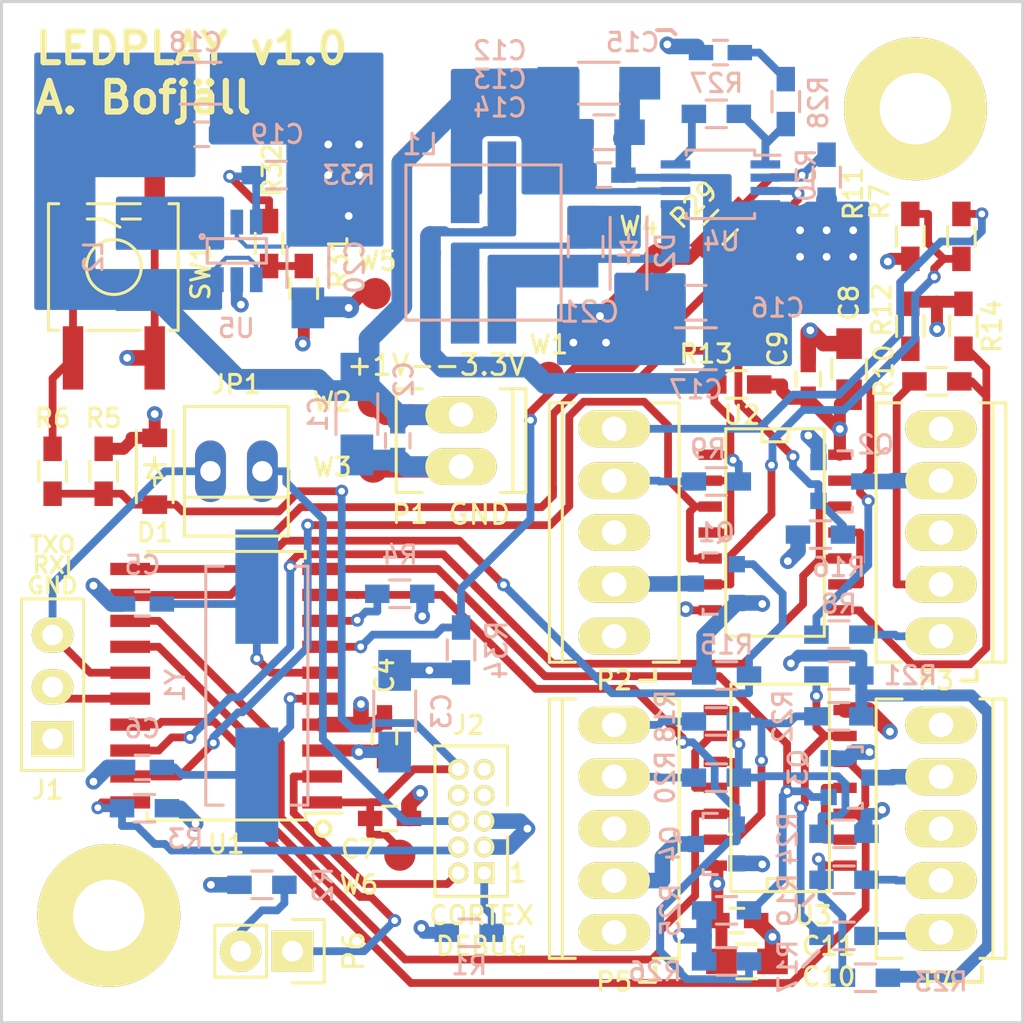
<source format=kicad_pcb>
(kicad_pcb (version 4) (host pcbnew 4.0.2+dfsg1-stable)
  (layers (0 F.Cu signal) (1 GND.Cu power hide) (2 VCC.Cu power hide) (31 B.Cu signal hide) (34 B.Paste user) (35 F.Paste user) (36 B.SilkS user) (37 F.SilkS user) (38 B.Mask user) (39 F.Mask user) (44 Edge.Cuts user))
  (net 0 "")
  (net 1 +BATT)
  (net 2 GND)
  (net 3 +3V3)
  (net 4 /XTAL)
  (net 5 /EXTAL)
  (net 6 /~MCU_RESET)
  (net 7 /UART0_RX)
  (net 8 /UART0_TX)
  (net 9 /SWCLK)
  (net 10 "Net-(J2-Pad6)")
  (net 11 "Net-(J2-Pad1)")
  (net 12 /SWDIO)
  (net 13 "Net-(L2-Pad1)")
  (net 14 /LEDSWITCH_CTRL/GND_LED1)
  (net 15 "Net-(P2-Pad4)")
  (net 16 "Net-(P2-Pad5)")
  (net 17 /LEDSWITCH_CTRL/GND_LED2)
  (net 18 "Net-(P3-Pad4)")
  (net 19 "Net-(P3-Pad5)")
  (net 20 /LEDSWITCH_CTRL/GND_LED3)
  (net 21 "Net-(P4-Pad4)")
  (net 22 "Net-(P4-Pad5)")
  (net 23 /LEDSWITCH_CTRL/GND_LED4)
  (net 24 "Net-(P5-Pad4)")
  (net 25 "Net-(P5-Pad5)")
  (net 26 /LEDSWITCH_CTRL/LED1_CTRL)
  (net 27 /LEDSWITCH_CTRL/LED2_CTRL)
  (net 28 /LEDSWITCH_CTRL/LED3_CTRL)
  (net 29 /LEDSWITCH_CTRL/LED4_CTRL)
  (net 30 /NMI)
  (net 31 "Net-(R6-Pad1)")
  (net 32 "Net-(R11-Pad2)")
  (net 33 "Net-(R12-Pad2)")
  (net 34 "Net-(R13-Pad2)")
  (net 35 "Net-(R10-Pad1)")
  (net 36 "Net-(R17-Pad1)")
  (net 37 "Net-(R18-Pad1)")
  (net 38 "Net-(R19-Pad1)")
  (net 39 "Net-(R20-Pad1)")
  (net 40 "Net-(R27-Pad1)")
  (net 41 "Net-(R27-Pad2)")
  (net 42 "Net-(R29-Pad2)")
  (net 43 "Net-(R31-Pad2)")
  (net 44 "Net-(R32-Pad2)")
  (net 45 /LED_POWER/~LED_SHDN)
  (net 46 /LEDSWITCH_CTRL/SW4_STATE)
  (net 47 /LEDSWITCH_CTRL/SW3_STATE)
  (net 48 /LEDSWITCH_CTRL/SW2_STATE)
  (net 49 /LEDSWITCH_CTRL/SW1_STATE)
  (net 50 "Net-(U2-Pad2)")
  (net 51 "Net-(U2-Pad11)")
  (net 52 "Net-(U3-Pad2)")
  (net 53 "Net-(U3-Pad11)")
  (net 54 "Net-(C15-Pad1)")
  (net 55 +LED)
  (net 56 "Net-(P6-Pad2)")
  (net 57 /AUX)
  (net 58 "Net-(C21-Pad1)")
  (net 59 "Net-(C21-Pad2)")
  (module CORTEX_DEBUG (layer F.Cu) (at 73 91.4 180)
    (fp_text reference J2 (at 0.127 5.969 180) (layer F.SilkS) (effects (font (size 0.9 0.9))))
    (fp_text value CORTEX_DEBUG)
    (fp_text user 1 (at -2.286 -1.27 180) (layer F.SilkS) (effects (font (size 0.9 0.9))))
    (fp_text user DEBUG (at -0.5 -4.85 360) (layer F.SilkS) (effects (font (size 0.9 0.9))))
    (fp_text user CORTEX (at -0.5 -3.35 360) (layer F.SilkS) (effects (font (size 0.9 0.9))))
    (pad 10 thru_hole circle (at 0.635 3.81 270) (size 1 1) (drill 0.65) (layers *.Cu *.Mask F.SilkS) (net 6 /~MCU_RESET))
    (pad 9 thru_hole circle (at -0.635 3.81 270) (size 1 1) (drill 0.65) (layers *.Cu *.Mask F.SilkS))
    (pad 8 thru_hole circle (at 0.635 2.54 270) (size 1 1) (drill 0.65) (layers *.Cu *.Mask F.SilkS))
    (pad 7 thru_hole circle (at -0.635 2.54 270) (size 1 1) (drill 0.65) (layers *.Cu *.Mask F.SilkS))
    (pad 3 thru_hole circle (at -0.635 0 270) (size 1 1) (drill 0.65) (layers *.Cu *.Mask F.SilkS) (net 2 GND))
    (pad 4 thru_hole circle (at 0.635 0 270) (size 1 1) (drill 0.65) (layers *.Cu *.Mask F.SilkS) (net 9 /SWCLK))
    (pad 6 thru_hole circle (at 0.635 1.27 270) (size 1 1) (drill 0.65) (layers *.Cu *.Mask F.SilkS) (net 10 "Net-(J2-Pad6)"))
    (pad 1 thru_hole rect (at -0.635 -1.27 270) (size 1 1) (drill 0.65) (layers *.Cu *.Mask F.SilkS) (net 11 "Net-(J2-Pad1)"))
    (pad 5 thru_hole circle (at -0.635 1.27 270) (size 1 1) (drill 0.65) (layers *.Cu *.Mask F.SilkS) (net 2 GND))
    (pad 2 thru_hole circle (at 0.635 -1.27 270) (size 1 1) (drill 0.65) (layers *.Cu *.Mask F.SilkS) (net 12 /SWDIO))
  )
  (module Capacitors_SMD:C_1206_HandSoldering (layer B.Cu) (at 67.4 70.2 270)
    (fp_text reference C1 (at 0 1.9 270) (layer B.SilkS) (effects (font (size 0.9 0.9)) (justify mirror)))
    (fp_text value "22 uF")
    (pad 1 smd rect (at -2 0 270) (size 2 1.6) (layers B.Cu B.Paste B.Mask) (net 1 +BATT))
    (pad 2 smd rect (at 2 0 270) (size 2 1.6) (layers B.Cu B.Paste B.Mask) (net 2 GND))
  )
  (module Capacitors_SMD:C_0603_HandSoldering (layer B.Cu) (at 69.4 71.5 270)
    (fp_text reference C2 (at -3 -0.3 270) (layer B.SilkS) (effects (font (size 0.9 0.9)) (justify mirror)))
    (fp_text value "100 nF")
    (pad 1 smd rect (at -0.95 0 270) (size 1.2 0.75) (layers B.Cu B.Paste B.Mask) (net 1 +BATT))
    (pad 2 smd rect (at 0.95 0 270) (size 1.2 0.75) (layers B.Cu B.Paste B.Mask) (net 2 GND))
  )
  (module Capacitors_SMD:C_1206_HandSoldering (layer B.Cu) (at 69.25 84.75 90)
    (fp_text reference C3 (at 0 2.3 90) (layer B.SilkS) (effects (font (size 0.9 0.9)) (justify mirror)))
    (fp_text value "10 uF")
    (pad 1 smd rect (at -2 0 90) (size 2 1.6) (layers B.Cu B.Paste B.Mask) (net 3 +3V3))
    (pad 2 smd rect (at 2 0 90) (size 2 1.6) (layers B.Cu B.Paste B.Mask) (net 2 GND))
  )
  (module Capacitors_SMD:C_0603_HandSoldering (layer F.Cu) (at 68.75 86 90)
    (fp_text reference C4 (at 3 0 90) (layer F.SilkS) (effects (font (size 0.9 0.9))))
    (fp_text value "100 nF")
    (pad 1 smd rect (at -0.95 0 90) (size 1.2 0.75) (layers F.Cu F.Paste F.Mask) (net 3 +3V3))
    (pad 2 smd rect (at 0.95 0 90) (size 1.2 0.75) (layers F.Cu F.Paste F.Mask) (net 2 GND))
  )
  (module Capacitors_SMD:C_0603_HandSoldering (layer B.Cu) (at 56.9 79.5 180)
    (fp_text reference C5 (at 0 1.9 180) (layer B.SilkS) (effects (font (size 0.9 0.9)) (justify mirror)))
    (fp_text value "18 pF")
    (pad 1 smd rect (at -0.95 0 180) (size 1.2 0.75) (layers B.Cu B.Paste B.Mask) (net 4 /XTAL))
    (pad 2 smd rect (at 0.95 0 180) (size 1.2 0.75) (layers B.Cu B.Paste B.Mask) (net 2 GND))
  )
  (module Capacitors_SMD:C_0603_HandSoldering (layer B.Cu) (at 56.9 87.5 180)
    (fp_text reference C6 (at 0 1.9 180) (layer B.SilkS) (effects (font (size 0.9 0.9)) (justify mirror)))
    (fp_text value "18 pF")
    (pad 1 smd rect (at -0.95 0 180) (size 1.2 0.75) (layers B.Cu B.Paste B.Mask) (net 5 /EXTAL))
    (pad 2 smd rect (at 0.95 0 180) (size 1.2 0.75) (layers B.Cu B.Paste B.Mask) (net 2 GND))
  )
  (module Capacitors_SMD:C_0603_HandSoldering (layer F.Cu) (at 69 90)
    (fp_text reference C7 (at -1.5 1.5) (layer F.SilkS) (effects (font (size 0.9 0.9))))
    (fp_text value "100 nF")
    (pad 1 smd rect (at -0.95 0) (size 1.2 0.75) (layers F.Cu F.Paste F.Mask) (net 6 /~MCU_RESET))
    (pad 2 smd rect (at 0.95 0) (size 1.2 0.75) (layers F.Cu F.Paste F.Mask) (net 2 GND))
  )
  (module Capacitors_SMD:C_0603_HandSoldering (layer F.Cu) (at 86 95)
    (fp_text reference C11 (at 4.5 1.25) (layer F.SilkS) (effects (font (size 0.9 0.9))))
    (fp_text value "100 nF")
    (pad 1 smd rect (at -0.95 0) (size 1.2 0.75) (layers F.Cu F.Paste F.Mask) (net 3 +3V3))
    (pad 2 smd rect (at 0.95 0) (size 1.2 0.75) (layers F.Cu F.Paste F.Mask) (net 2 GND))
  )
  (module Capacitors_SMD:C_0805_HandSoldering (layer B.Cu) (at 79.5 56.4)
    (fp_text reference C13 (at -5.1 -2.6) (layer B.SilkS) (effects (font (size 0.9 0.9)) (justify mirror)))
    (fp_text value "1 uF")
    (pad 1 smd rect (at -1.25 0) (size 1.5 1.25) (layers B.Cu B.Paste B.Mask) (net 1 +BATT))
    (pad 2 smd rect (at 1.25 0) (size 1.5 1.25) (layers B.Cu B.Paste B.Mask) (net 2 GND))
  )
  (module Diodes_SMD:SOD-123 (layer F.Cu) (at 57.5 73 270)
    (fp_text reference D1 (at 3 0 360) (layer F.SilkS) (effects (font (size 0.9 0.9))))
    (fp_text value MBR0520LT3G)
    (pad 1 smd rect (at -1.635 0 270) (size 0.91 1.22) (layers F.Cu F.Paste F.Mask) (net 3 +3V3))
    (pad 2 smd rect (at 1.635 0 270) (size 0.91 1.22) (layers F.Cu F.Paste F.Mask) (net 6 /~MCU_RESET))
  )
  (module Diodes_SMD:SOD-123 (layer B.Cu) (at 80.7 62.1 90)
    (fp_text reference D2 (at -0.1 1.8 90) (layer B.SilkS) (effects (font (size 0.9 0.9)) (justify mirror)))
    (fp_text value MBR0520LT3G)
    (pad 1 smd rect (at -1.635 0 90) (size 0.91 1.22) (layers B.Cu B.Paste B.Mask) (net 55 +LED))
    (pad 2 smd rect (at 1.635 0 90) (size 0.91 1.22) (layers B.Cu B.Paste B.Mask) (net 59 "Net-(C21-Pad2)"))
  )
  (module Connect:PINHEAD1-2 (layer F.Cu) (at 61.5 73 180)
    (fp_text reference JP1 (at 0 4.25 180) (layer F.SilkS) (effects (font (size 0.9 0.9))))
    (fp_text value JUMPER)
    (pad 1 thru_hole oval (at -1.27 0 180) (size 1.50622 3.01498) (drill 0.99822) (layers *.Cu *.Mask) (net 10 "Net-(J2-Pad6)"))
    (pad 2 thru_hole oval (at 1.27 0 180) (size 1.50622 3.01498) (drill 0.99822) (layers *.Cu *.Mask) (net 8 /UART0_TX))
  )
  (module ledplay:INDUCTOR_1812 (layer B.Cu) (at 57.2 62.65 270)
    (fp_text reference L2 (at -0.15 2.7 270) (layer B.SilkS) (effects (font (size 0.9 0.9)) (justify mirror)))
    (fp_text value "6.8 uH")
    (pad 2 smd rect (at 1.5 0 270) (size 2 3.2) (layers B.Cu B.Paste B.Mask) (net 1 +BATT))
    (pad 1 smd rect (at -1.5 0 270) (size 2 3.2) (layers B.Cu B.Paste B.Mask) (net 13 "Net-(L2-Pad1)"))
  )
  (module Sockets_MOLEX_KK-System:Socket_MOLEX-KK-RM2-54mm_Lock_2pin_straight (layer F.Cu) (at 72.5 71.5 270)
    (fp_text reference P1 (at 3.6 2.5 360) (layer F.SilkS) (effects (font (size 0.9 0.9))))
    (fp_text value PWRCON_01X02)
    (pad 1 thru_hole oval (at -1.27 0 270) (size 1.80086 3.50012) (drill 1.19888) (layers *.Cu *.Mask F.SilkS) (net 1 +BATT))
    (pad 2 thru_hole oval (at 1.27 0 270) (size 1.80086 3.50012) (drill 1.19888) (layers *.Cu *.Mask F.SilkS) (net 2 GND))
  )
  (module Sockets_MOLEX_KK-System:Socket_MOLEX-KK-RM2-54mm_Lock_5pin_straight (layer F.Cu) (at 80 76 90)
    (fp_text reference P2 (at -7.25 0 180) (layer F.SilkS) (effects (font (size 0.9 0.9))))
    (fp_text value CONN_01X05)
    (pad 1 thru_hole oval (at -5.08 0 90) (size 1.80086 3.50012) (drill 1.19888) (layers *.Cu *.Mask F.SilkS) (net 55 +LED))
    (pad 2 thru_hole oval (at -2.54 0 90) (size 1.80086 3.50012) (drill 1.19888) (layers *.Cu *.Mask F.SilkS) (net 14 /LEDSWITCH_CTRL/GND_LED1))
    (pad 3 thru_hole oval (at 0 0 90) (size 1.80086 3.50012) (drill 1.19888) (layers *.Cu *.Mask F.SilkS) (net 2 GND))
    (pad 4 thru_hole oval (at 2.54 0 90) (size 1.80086 3.50012) (drill 1.19888) (layers *.Cu *.Mask F.SilkS) (net 15 "Net-(P2-Pad4)"))
    (pad 5 thru_hole oval (at 5.08 0 90) (size 1.80086 3.50012) (drill 1.19888) (layers *.Cu *.Mask F.SilkS) (net 16 "Net-(P2-Pad5)"))
  )
  (module Sockets_MOLEX_KK-System:Socket_MOLEX-KK-RM2-54mm_Lock_5pin_straight (layer F.Cu) (at 96 76 270)
    (fp_text reference P3 (at 7.25 0.25 360) (layer F.SilkS) (effects (font (size 0.9 0.9))))
    (fp_text value CONN_01X05)
    (pad 1 thru_hole oval (at -5.08 0 270) (size 1.80086 3.50012) (drill 1.19888) (layers *.Cu *.Mask F.SilkS) (net 55 +LED))
    (pad 2 thru_hole oval (at -2.54 0 270) (size 1.80086 3.50012) (drill 1.19888) (layers *.Cu *.Mask F.SilkS) (net 17 /LEDSWITCH_CTRL/GND_LED2))
    (pad 3 thru_hole oval (at 0 0 270) (size 1.80086 3.50012) (drill 1.19888) (layers *.Cu *.Mask F.SilkS) (net 2 GND))
    (pad 4 thru_hole oval (at 2.54 0 270) (size 1.80086 3.50012) (drill 1.19888) (layers *.Cu *.Mask F.SilkS) (net 18 "Net-(P3-Pad4)"))
    (pad 5 thru_hole oval (at 5.08 0 270) (size 1.80086 3.50012) (drill 1.19888) (layers *.Cu *.Mask F.SilkS) (net 19 "Net-(P3-Pad5)"))
  )
  (module Sockets_MOLEX_KK-System:Socket_MOLEX-KK-RM2-54mm_Lock_5pin_straight (layer F.Cu) (at 96 90.5 270)
    (fp_text reference P4 (at 7.5 0 360) (layer F.SilkS) (effects (font (size 0.9 0.9))))
    (fp_text value CONN_01X05)
    (pad 1 thru_hole oval (at -5.08 0 270) (size 1.80086 3.50012) (drill 1.19888) (layers *.Cu *.Mask F.SilkS) (net 55 +LED))
    (pad 2 thru_hole oval (at -2.54 0 270) (size 1.80086 3.50012) (drill 1.19888) (layers *.Cu *.Mask F.SilkS) (net 20 /LEDSWITCH_CTRL/GND_LED3))
    (pad 3 thru_hole oval (at 0 0 270) (size 1.80086 3.50012) (drill 1.19888) (layers *.Cu *.Mask F.SilkS) (net 2 GND))
    (pad 4 thru_hole oval (at 2.54 0 270) (size 1.80086 3.50012) (drill 1.19888) (layers *.Cu *.Mask F.SilkS) (net 21 "Net-(P4-Pad4)"))
    (pad 5 thru_hole oval (at 5.08 0 270) (size 1.80086 3.50012) (drill 1.19888) (layers *.Cu *.Mask F.SilkS) (net 22 "Net-(P4-Pad5)"))
  )
  (module Sockets_MOLEX_KK-System:Socket_MOLEX-KK-RM2-54mm_Lock_5pin_straight (layer F.Cu) (at 80 90.5 90)
    (fp_text reference P5 (at -7.5 0 180) (layer F.SilkS) (effects (font (size 0.9 0.9))))
    (fp_text value CONN_01X05)
    (pad 1 thru_hole oval (at -5.08 0 90) (size 1.80086 3.50012) (drill 1.19888) (layers *.Cu *.Mask F.SilkS) (net 55 +LED))
    (pad 2 thru_hole oval (at -2.54 0 90) (size 1.80086 3.50012) (drill 1.19888) (layers *.Cu *.Mask F.SilkS) (net 23 /LEDSWITCH_CTRL/GND_LED4))
    (pad 3 thru_hole oval (at 0 0 90) (size 1.80086 3.50012) (drill 1.19888) (layers *.Cu *.Mask F.SilkS) (net 2 GND))
    (pad 4 thru_hole oval (at 2.54 0 90) (size 1.80086 3.50012) (drill 1.19888) (layers *.Cu *.Mask F.SilkS) (net 24 "Net-(P5-Pad4)"))
    (pad 5 thru_hole oval (at 5.08 0 90) (size 1.80086 3.50012) (drill 1.19888) (layers *.Cu *.Mask F.SilkS) (net 25 "Net-(P5-Pad5)"))
  )
  (module TO_SOT_Packages_SMD:SOT-23 (layer B.Cu) (at 85 78.5 270)
    (fp_text reference Q1 (at -2.5 0 360) (layer B.SilkS) (effects (font (size 0.9 0.9)) (justify mirror)))
    (fp_text value BSS138)
    (pad 1 smd rect (at -0.95 -1.00076 270) (size 0.8001 0.8001) (layers B.Cu B.Paste B.Mask) (net 26 /LEDSWITCH_CTRL/LED1_CTRL))
    (pad 2 smd rect (at 0.95 -1.00076 270) (size 0.8001 0.8001) (layers B.Cu B.Paste B.Mask) (net 2 GND))
    (pad 3 smd rect (at 0 0.99822 270) (size 0.8001 0.8001) (layers B.Cu B.Paste B.Mask) (net 14 /LEDSWITCH_CTRL/GND_LED1))
  )
  (module TO_SOT_Packages_SMD:SOT-23 (layer B.Cu) (at 91 73.5 90)
    (fp_text reference Q2 (at 1.8 1.8 180) (layer B.SilkS) (effects (font (size 0.9 0.9)) (justify mirror)))
    (fp_text value BSS138)
    (pad 1 smd rect (at -0.95 -1.00076 90) (size 0.8001 0.8001) (layers B.Cu B.Paste B.Mask) (net 27 /LEDSWITCH_CTRL/LED2_CTRL))
    (pad 2 smd rect (at 0.95 -1.00076 90) (size 0.8001 0.8001) (layers B.Cu B.Paste B.Mask) (net 2 GND))
    (pad 3 smd rect (at 0 0.99822 90) (size 0.8001 0.8001) (layers B.Cu B.Paste B.Mask) (net 17 /LEDSWITCH_CTRL/GND_LED2))
  )
  (module TO_SOT_Packages_SMD:SOT-23 (layer B.Cu) (at 91.5 88 90)
    (fp_text reference Q3 (at 0.5 -2.5 270) (layer B.SilkS) (effects (font (size 0.9 0.9)) (justify mirror)))
    (fp_text value BSS138)
    (pad 1 smd rect (at -0.95 -1.00076 90) (size 0.8001 0.8001) (layers B.Cu B.Paste B.Mask) (net 28 /LEDSWITCH_CTRL/LED3_CTRL))
    (pad 2 smd rect (at 0.95 -1.00076 90) (size 0.8001 0.8001) (layers B.Cu B.Paste B.Mask) (net 2 GND))
    (pad 3 smd rect (at 0 0.99822 90) (size 0.8001 0.8001) (layers B.Cu B.Paste B.Mask) (net 20 /LEDSWITCH_CTRL/GND_LED3))
  )
  (module TO_SOT_Packages_SMD:SOT-23 (layer B.Cu) (at 85 91.25 270)
    (fp_text reference Q4 (at 0 2.25 270) (layer B.SilkS) (effects (font (size 0.9 0.9)) (justify mirror)))
    (fp_text value BSS138)
    (pad 1 smd rect (at -0.95 -1.00076 270) (size 0.8001 0.8001) (layers B.Cu B.Paste B.Mask) (net 29 /LEDSWITCH_CTRL/LED4_CTRL))
    (pad 2 smd rect (at 0.95 -1.00076 270) (size 0.8001 0.8001) (layers B.Cu B.Paste B.Mask) (net 2 GND))
    (pad 3 smd rect (at 0 0.99822 270) (size 0.8001 0.8001) (layers B.Cu B.Paste B.Mask) (net 23 /LEDSWITCH_CTRL/GND_LED4))
  )
  (module Resistors_SMD:R_0603_HandSoldering (layer B.Cu) (at 72.9 95.6)
    (fp_text reference R1 (at 0 1.6) (layer B.SilkS) (effects (font (size 0.9 0.9)) (justify mirror)))
    (fp_text value NP)
    (pad 1 smd rect (at -1.1 0) (size 1.2 0.9) (layers B.Cu B.Paste B.Mask) (net 3 +3V3))
    (pad 2 smd rect (at 1.1 0) (size 1.2 0.9) (layers B.Cu B.Paste B.Mask) (net 11 "Net-(J2-Pad1)"))
  )
  (module Resistors_SMD:R_0603_HandSoldering (layer B.Cu) (at 62.75 93.25 180)
    (fp_text reference R2 (at -3 0 450) (layer B.SilkS) (effects (font (size 0.9 0.9)) (justify mirror)))
    (fp_text value 10k)
    (pad 1 smd rect (at -1.1 0 180) (size 1.2 0.9) (layers B.Cu B.Paste B.Mask) (net 56 "Net-(P6-Pad2)"))
    (pad 2 smd rect (at 1.1 0 180) (size 1.2 0.9) (layers B.Cu B.Paste B.Mask) (net 2 GND))
  )
  (module Resistors_SMD:R_0603_HandSoldering (layer B.Cu) (at 57 89.5)
    (fp_text reference R3 (at 2 1.5) (layer B.SilkS) (effects (font (size 0.9 0.9)) (justify mirror)))
    (fp_text value 10k)
    (pad 1 smd rect (at -1.1 0) (size 1.2 0.9) (layers B.Cu B.Paste B.Mask) (net 9 /SWCLK))
    (pad 2 smd rect (at 1.1 0) (size 1.2 0.9) (layers B.Cu B.Paste B.Mask) (net 2 GND))
  )
  (module Resistors_SMD:R_0603_HandSoldering (layer B.Cu) (at 69.5 79 180)
    (fp_text reference R4 (at 0 1.9 180) (layer B.SilkS) (effects (font (size 0.9 0.9)) (justify mirror)))
    (fp_text value 10k)
    (pad 1 smd rect (at -1.1 0 180) (size 1.2 0.9) (layers B.Cu B.Paste B.Mask) (net 3 +3V3))
    (pad 2 smd rect (at 1.1 0 180) (size 1.2 0.9) (layers B.Cu B.Paste B.Mask) (net 30 /NMI))
  )
  (module Resistors_SMD:R_0603_HandSoldering (layer F.Cu) (at 55 73 270)
    (fp_text reference R5 (at -2.6 0 360) (layer F.SilkS) (effects (font (size 0.9 0.9))))
    (fp_text value NP)
    (pad 1 smd rect (at -1.1 0 270) (size 1.2 0.9) (layers F.Cu F.Paste F.Mask) (net 3 +3V3))
    (pad 2 smd rect (at 1.1 0 270) (size 1.2 0.9) (layers F.Cu F.Paste F.Mask) (net 6 /~MCU_RESET))
  )
  (module Resistors_SMD:R_0603_HandSoldering (layer F.Cu) (at 52.5 73 270)
    (fp_text reference R6 (at -2.6 0 360) (layer F.SilkS) (effects (font (size 0.9 0.9))))
    (fp_text value 330)
    (pad 1 smd rect (at -1.1 0 270) (size 1.2 0.9) (layers F.Cu F.Paste F.Mask) (net 31 "Net-(R6-Pad1)"))
    (pad 2 smd rect (at 1.1 0 270) (size 1.2 0.9) (layers F.Cu F.Paste F.Mask) (net 6 /~MCU_RESET))
  )
  (module Resistors_SMD:R_0603_HandSoldering (layer F.Cu) (at 97 61.5 90)
    (fp_text reference R7 (at 1.7 -4 90) (layer F.SilkS) (effects (font (size 0.9 0.9))))
    (fp_text value 1k)
    (pad 1 smd rect (at -1.1 0 90) (size 1.2 0.9) (layers F.Cu F.Paste F.Mask) (net 32 "Net-(R11-Pad2)"))
    (pad 2 smd rect (at 1.1 0 90) (size 1.2 0.9) (layers F.Cu F.Paste F.Mask) (net 16 "Net-(P2-Pad5)"))
  )
  (module Resistors_SMD:R_0603_HandSoldering (layer B.Cu) (at 91 81)
    (fp_text reference R8 (at 0 -1.5) (layer B.SilkS) (effects (font (size 0.9 0.9)) (justify mirror)))
    (fp_text value 1k)
    (pad 1 smd rect (at -1.1 0) (size 1.2 0.9) (layers B.Cu B.Paste B.Mask) (net 33 "Net-(R12-Pad2)"))
    (pad 2 smd rect (at 1.1 0) (size 1.2 0.9) (layers B.Cu B.Paste B.Mask) (net 19 "Net-(P3-Pad5)"))
  )
  (module Resistors_SMD:R_0603_HandSoldering (layer B.Cu) (at 85 73.5 180)
    (fp_text reference R9 (at 0.4 1.6 180) (layer B.SilkS) (effects (font (size 0.9 0.9)) (justify mirror)))
    (fp_text value 1k)
    (pad 1 smd rect (at -1.1 0 180) (size 1.2 0.9) (layers B.Cu B.Paste B.Mask) (net 34 "Net-(R13-Pad2)"))
    (pad 2 smd rect (at 1.1 0 180) (size 1.2 0.9) (layers B.Cu B.Paste B.Mask) (net 15 "Net-(P2-Pad4)"))
  )
  (module Resistors_SMD:R_0603_HandSoldering (layer F.Cu) (at 95.8 68.6 180)
    (fp_text reference R10 (at 2.6 0.5 270) (layer F.SilkS) (effects (font (size 0.9 0.9))))
    (fp_text value 1k)
    (pad 1 smd rect (at -1.1 0 180) (size 1.2 0.9) (layers F.Cu F.Paste F.Mask) (net 35 "Net-(R10-Pad1)"))
    (pad 2 smd rect (at 1.1 0 180) (size 1.2 0.9) (layers F.Cu F.Paste F.Mask) (net 18 "Net-(P3-Pad4)"))
  )
  (module Resistors_SMD:R_0603_HandSoldering (layer F.Cu) (at 94.5 61.5 90)
    (fp_text reference R11 (at 2.1 -2.8 90) (layer F.SilkS) (effects (font (size 0.9 0.9))))
    (fp_text value 100k)
    (pad 1 smd rect (at -1.1 0 90) (size 1.2 0.9) (layers F.Cu F.Paste F.Mask) (net 3 +3V3))
    (pad 2 smd rect (at 1.1 0 90) (size 1.2 0.9) (layers F.Cu F.Paste F.Mask) (net 32 "Net-(R11-Pad2)"))
  )
  (module Resistors_SMD:R_0603_HandSoldering (layer F.Cu) (at 94.5 65.9 270)
    (fp_text reference R12 (at -0.8 1.4 270) (layer F.SilkS) (effects (font (size 0.9 0.9))))
    (fp_text value 100k)
    (pad 1 smd rect (at -1.1 0 270) (size 1.2 0.9) (layers F.Cu F.Paste F.Mask) (net 3 +3V3))
    (pad 2 smd rect (at 1.1 0 270) (size 1.2 0.9) (layers F.Cu F.Paste F.Mask) (net 33 "Net-(R12-Pad2)"))
  )
  (module Resistors_SMD:R_0603_HandSoldering (layer F.Cu) (at 86 68.75 180)
    (fp_text reference R13 (at 1.5 1.5 180) (layer F.SilkS) (effects (font (size 0.9 0.9))))
    (fp_text value 100k)
    (pad 1 smd rect (at -1.1 0 180) (size 1.2 0.9) (layers F.Cu F.Paste F.Mask) (net 3 +3V3))
    (pad 2 smd rect (at 1.1 0 180) (size 1.2 0.9) (layers F.Cu F.Paste F.Mask) (net 34 "Net-(R13-Pad2)"))
  )
  (module Resistors_SMD:R_0603_HandSoldering (layer F.Cu) (at 97.1 65.9 270)
    (fp_text reference R14 (at 0 -1.4 270) (layer F.SilkS) (effects (font (size 0.9 0.9))))
    (fp_text value 100k)
    (pad 1 smd rect (at -1.1 0 270) (size 1.2 0.9) (layers F.Cu F.Paste F.Mask) (net 3 +3V3))
    (pad 2 smd rect (at 1.1 0 270) (size 1.2 0.9) (layers F.Cu F.Paste F.Mask) (net 35 "Net-(R10-Pad1)"))
  )
  (module Resistors_SMD:R_0603_HandSoldering (layer B.Cu) (at 85.5 83 180)
    (fp_text reference R15 (at 0 1.5 180) (layer B.SilkS) (effects (font (size 0.9 0.9)) (justify mirror)))
    (fp_text value 100k)
    (pad 1 smd rect (at -1.1 0 180) (size 1.2 0.9) (layers B.Cu B.Paste B.Mask) (net 26 /LEDSWITCH_CTRL/LED1_CTRL))
    (pad 2 smd rect (at 1.1 0 180) (size 1.2 0.9) (layers B.Cu B.Paste B.Mask) (net 2 GND))
  )
  (module Resistors_SMD:R_0603_HandSoldering (layer B.Cu) (at 90.1 76.1 180)
    (fp_text reference R16 (at -0.9 -1.6 180) (layer B.SilkS) (effects (font (size 0.9 0.9)) (justify mirror)))
    (fp_text value 100k)
    (pad 1 smd rect (at -1.1 0 180) (size 1.2 0.9) (layers B.Cu B.Paste B.Mask) (net 27 /LEDSWITCH_CTRL/LED2_CTRL))
    (pad 2 smd rect (at 1.1 0 180) (size 1.2 0.9) (layers B.Cu B.Paste B.Mask) (net 2 GND))
  )
  (module Resistors_SMD:R_0603_HandSoldering (layer B.Cu) (at 91.25 95.75)
    (fp_text reference R17 (at -2.75 1.5 90) (layer B.SilkS) (effects (font (size 0.9 0.9)) (justify mirror)))
    (fp_text value 1k)
    (pad 1 smd rect (at -1.1 0) (size 1.2 0.9) (layers B.Cu B.Paste B.Mask) (net 36 "Net-(R17-Pad1)"))
    (pad 2 smd rect (at 1.1 0) (size 1.2 0.9) (layers B.Cu B.Paste B.Mask) (net 22 "Net-(P4-Pad5)"))
  )
  (module Resistors_SMD:R_0603_HandSoldering (layer B.Cu) (at 85 85.25 180)
    (fp_text reference R18 (at 2.5 0.25 270) (layer B.SilkS) (effects (font (size 0.9 0.9)) (justify mirror)))
    (fp_text value 1k)
    (pad 1 smd rect (at -1.1 0 180) (size 1.2 0.9) (layers B.Cu B.Paste B.Mask) (net 37 "Net-(R18-Pad1)"))
    (pad 2 smd rect (at 1.1 0 180) (size 1.2 0.9) (layers B.Cu B.Paste B.Mask) (net 25 "Net-(P5-Pad5)"))
  )
  (module Resistors_SMD:R_0603_HandSoldering (layer B.Cu) (at 91.25 93)
    (fp_text reference R19 (at -2.75 1 90) (layer B.SilkS) (effects (font (size 0.9 0.9)) (justify mirror)))
    (fp_text value 1k)
    (pad 1 smd rect (at -1.1 0) (size 1.2 0.9) (layers B.Cu B.Paste B.Mask) (net 38 "Net-(R19-Pad1)"))
    (pad 2 smd rect (at 1.1 0) (size 1.2 0.9) (layers B.Cu B.Paste B.Mask) (net 21 "Net-(P4-Pad4)"))
  )
  (module Resistors_SMD:R_0603_HandSoldering (layer B.Cu) (at 85 88 180)
    (fp_text reference R20 (at 2.5 0 270) (layer B.SilkS) (effects (font (size 0.9 0.9)) (justify mirror)))
    (fp_text value 1k)
    (pad 1 smd rect (at -1.1 0 180) (size 1.2 0.9) (layers B.Cu B.Paste B.Mask) (net 39 "Net-(R20-Pad1)"))
    (pad 2 smd rect (at 1.1 0 180) (size 1.2 0.9) (layers B.Cu B.Paste B.Mask) (net 24 "Net-(P5-Pad4)"))
  )
  (module Resistors_SMD:R_0603_HandSoldering (layer B.Cu) (at 91 83 180)
    (fp_text reference R21 (at -3.5 0 180) (layer B.SilkS) (effects (font (size 0.9 0.9)) (justify mirror)))
    (fp_text value 100k)
    (pad 1 smd rect (at -1.1 0 180) (size 1.2 0.9) (layers B.Cu B.Paste B.Mask) (net 3 +3V3))
    (pad 2 smd rect (at 1.1 0 180) (size 1.2 0.9) (layers B.Cu B.Paste B.Mask) (net 36 "Net-(R17-Pad1)"))
  )
  (module Resistors_SMD:R_0603_HandSoldering (layer B.Cu) (at 91 85 180)
    (fp_text reference R22 (at 2.75 0 270) (layer B.SilkS) (effects (font (size 0.9 0.9)) (justify mirror)))
    (fp_text value 100k)
    (pad 1 smd rect (at -1.1 0 180) (size 1.2 0.9) (layers B.Cu B.Paste B.Mask) (net 3 +3V3))
    (pad 2 smd rect (at 1.1 0 180) (size 1.2 0.9) (layers B.Cu B.Paste B.Mask) (net 37 "Net-(R18-Pad1)"))
  )
  (module Resistors_SMD:R_0603_HandSoldering (layer B.Cu) (at 92.3 97.8 180)
    (fp_text reference R23 (at -3.7 -0.2 180) (layer B.SilkS) (effects (font (size 0.9 0.9)) (justify mirror)))
    (fp_text value 100k)
    (pad 1 smd rect (at -1.1 0 180) (size 1.2 0.9) (layers B.Cu B.Paste B.Mask) (net 3 +3V3))
    (pad 2 smd rect (at 1.1 0 180) (size 1.2 0.9) (layers B.Cu B.Paste B.Mask) (net 38 "Net-(R19-Pad1)"))
  )
  (module Resistors_SMD:R_0603_HandSoldering (layer B.Cu) (at 91.25 90.75 180)
    (fp_text reference R24 (at 2.75 -0.25 450) (layer B.SilkS) (effects (font (size 0.9 0.9)) (justify mirror)))
    (fp_text value 100k)
    (pad 1 smd rect (at -1.1 0 180) (size 1.2 0.9) (layers B.Cu B.Paste B.Mask) (net 3 +3V3))
    (pad 2 smd rect (at 1.1 0 180) (size 1.2 0.9) (layers B.Cu B.Paste B.Mask) (net 39 "Net-(R20-Pad1)"))
  )
  (module Resistors_SMD:R_0603_HandSoldering (layer B.Cu) (at 85.5 94.5 180)
    (fp_text reference R25 (at 2.75 0 270) (layer B.SilkS) (effects (font (size 0.9 0.9)) (justify mirror)))
    (fp_text value 100k)
    (pad 1 smd rect (at -1.1 0 180) (size 1.2 0.9) (layers B.Cu B.Paste B.Mask) (net 28 /LEDSWITCH_CTRL/LED3_CTRL))
    (pad 2 smd rect (at 1.1 0 180) (size 1.2 0.9) (layers B.Cu B.Paste B.Mask) (net 2 GND))
  )
  (module Resistors_SMD:R_0603_HandSoldering (layer B.Cu) (at 85.5 97 180)
    (fp_text reference R26 (at 3.5 -0.5 180) (layer B.SilkS) (effects (font (size 0.9 0.9)) (justify mirror)))
    (fp_text value 100k)
    (pad 1 smd rect (at -1.1 0 180) (size 1.2 0.9) (layers B.Cu B.Paste B.Mask) (net 29 /LEDSWITCH_CTRL/LED4_CTRL))
    (pad 2 smd rect (at 1.1 0 180) (size 1.2 0.9) (layers B.Cu B.Paste B.Mask) (net 2 GND))
  )
  (module Resistors_SMD:R_0603_HandSoldering (layer B.Cu) (at 85 55.5)
    (fp_text reference R27 (at 0 -1.5 180) (layer B.SilkS) (effects (font (size 0.9 0.9)) (justify mirror)))
    (fp_text value NP)
    (pad 1 smd rect (at -1.1 0) (size 1.2 0.9) (layers B.Cu B.Paste B.Mask) (net 40 "Net-(R27-Pad1)"))
    (pad 2 smd rect (at 1.1 0) (size 1.2 0.9) (layers B.Cu B.Paste B.Mask) (net 41 "Net-(R27-Pad2)"))
  )
  (module Resistors_SMD:R_0603_HandSoldering (layer B.Cu) (at 88.4 54.9 90)
    (fp_text reference R28 (at -0.05 1.6 90) (layer B.SilkS) (effects (font (size 0.9 0.9)) (justify mirror)))
    (fp_text value 220k)
    (pad 1 smd rect (at -1.1 0 90) (size 1.2 0.9) (layers B.Cu B.Paste B.Mask) (net 41 "Net-(R27-Pad2)"))
    (pad 2 smd rect (at 1.1 0 90) (size 1.2 0.9) (layers B.Cu B.Paste B.Mask) (net 54 "Net-(C15-Pad1)"))
  )
  (module Resistors_SMD:R_0603_HandSoldering (layer F.Cu) (at 85.2 61.05 45)
    (fp_text reference R29 (at -0.141421 -1.697056 45) (layer F.SilkS) (effects (font (size 0.9 0.9))))
    (fp_text value 560k)
    (pad 1 smd rect (at -1.1 0 45) (size 1.2 0.9) (layers F.Cu F.Paste F.Mask) (net 55 +LED))
    (pad 2 smd rect (at 1.1 0 45) (size 1.2 0.9) (layers F.Cu F.Paste F.Mask) (net 42 "Net-(R29-Pad2)"))
  )
  (module Resistors_SMD:R_0603_HandSoldering (layer B.Cu) (at 90.4 58.6 270)
    (fp_text reference R30 (at -0.1 1 270) (layer B.SilkS) (effects (font (size 0.9 0.9)) (justify mirror)))
    (fp_text value 787k)
    (pad 1 smd rect (at -1.1 0 270) (size 1.2 0.9) (layers B.Cu B.Paste B.Mask) (net 42 "Net-(R29-Pad2)"))
    (pad 2 smd rect (at 1.1 0 270) (size 1.2 0.9) (layers B.Cu B.Paste B.Mask) (net 2 GND))
  )
  (module Resistors_SMD:R_0603_HandSoldering (layer F.Cu) (at 64.8 64.05 90)
    (fp_text reference R31 (at 1.3 1.7 90) (layer F.SilkS) (effects (font (size 0.9 0.9))))
    (fp_text value 1M)
    (pad 1 smd rect (at -1.1 0 90) (size 1.2 0.9) (layers F.Cu F.Paste F.Mask) (net 3 +3V3))
    (pad 2 smd rect (at 1.1 0 90) (size 1.2 0.9) (layers F.Cu F.Paste F.Mask) (net 43 "Net-(R31-Pad2)"))
  )
  (module Resistors_SMD:R_0603_HandSoldering (layer F.Cu) (at 63.1 61.85 90)
    (fp_text reference R32 (at 3.6 0.15 90) (layer F.SilkS) (effects (font (size 0.9 0.9))))
    (fp_text value 20k)
    (pad 1 smd rect (at -1.1 0 90) (size 1.2 0.9) (layers F.Cu F.Paste F.Mask) (net 43 "Net-(R31-Pad2)"))
    (pad 2 smd rect (at 1.1 0 90) (size 1.2 0.9) (layers F.Cu F.Paste F.Mask) (net 44 "Net-(R32-Pad2)"))
  )
  (module Resistors_SMD:R_0603_HandSoldering (layer B.Cu) (at 63.45 58.5)
    (fp_text reference R33 (at 3.55 0) (layer B.SilkS) (effects (font (size 0.9 0.9)) (justify mirror)))
    (fp_text value 604k)
    (pad 1 smd rect (at -1.1 0) (size 1.2 0.9) (layers B.Cu B.Paste B.Mask) (net 44 "Net-(R32-Pad2)"))
    (pad 2 smd rect (at 1.1 0) (size 1.2 0.9) (layers B.Cu B.Paste B.Mask) (net 2 GND))
  )
  (module ledplay:SW_KSEM31G (layer F.Cu) (at 55.5 63 270)
    (fp_text reference SW1 (at 0.25 -4.25 270) (layer F.SilkS) (effects (font (size 0.9 0.9))))
    (fp_text value SW_PUSH)
    (pad 1 smd rect (at 4.45 2 270) (size 3.1 1) (layers F.Cu F.Paste F.Mask) (net 31 "Net-(R6-Pad1)"))
    (pad 2 smd rect (at 4.45 -2 270) (size 3.1 1) (layers F.Cu F.Paste F.Mask) (net 2 GND))
    (pad 2 smd rect (at -4.45 -2 270) (size 3.1 1) (layers F.Cu F.Paste F.Mask) (net 2 GND))
    (pad 1 smd rect (at -4.45 2 270) (size 3.1 1) (layers F.Cu F.Paste F.Mask) (net 31 "Net-(R6-Pad1)"))
  )
  (module Housings_SOIC:SOIC-20_7.5x12.8mm_Pitch1.27mm (layer F.Cu) (at 61 83.5 180)
    (fp_text reference U1 (at 0 -7.75 180) (layer F.SilkS) (effects (font (size 0.9 0.9))))
    (fp_text value MKE04Z8VWJ4)
    (pad 1 smd rect (at -4.7 -5.715 180) (size 1.95 0.6) (layers F.Cu F.Paste F.Mask) (net 6 /~MCU_RESET))
    (pad 2 smd rect (at -4.7 -4.445 180) (size 1.95 0.6) (layers F.Cu F.Paste F.Mask) (net 12 /SWDIO))
    (pad 3 smd rect (at -4.7 -3.175 180) (size 1.95 0.6) (layers F.Cu F.Paste F.Mask) (net 3 +3V3))
    (pad 4 smd rect (at -4.7 -1.905 180) (size 1.95 0.6) (layers F.Cu F.Paste F.Mask) (net 2 GND))
    (pad 5 smd rect (at -4.7 -0.635 180) (size 1.95 0.6) (layers F.Cu F.Paste F.Mask) (net 5 /EXTAL))
    (pad 6 smd rect (at -4.7 0.635 180) (size 1.95 0.6) (layers F.Cu F.Paste F.Mask) (net 4 /XTAL))
    (pad 7 smd rect (at -4.7 1.905 180) (size 1.95 0.6) (layers F.Cu F.Paste F.Mask) (net 45 /LED_POWER/~LED_SHDN))
    (pad 8 smd rect (at -4.7 3.175 180) (size 1.95 0.6) (layers F.Cu F.Paste F.Mask) (net 30 /NMI))
    (pad 9 smd rect (at -4.7 4.445 180) (size 1.95 0.6) (layers F.Cu F.Paste F.Mask) (net 29 /LEDSWITCH_CTRL/LED4_CTRL))
    (pad 10 smd rect (at -4.7 5.715 180) (size 1.95 0.6) (layers F.Cu F.Paste F.Mask) (net 28 /LEDSWITCH_CTRL/LED3_CTRL))
    (pad 11 smd rect (at 4.7 5.715 180) (size 1.95 0.6) (layers F.Cu F.Paste F.Mask) (net 27 /LEDSWITCH_CTRL/LED2_CTRL))
    (pad 12 smd rect (at 4.7 4.445 180) (size 1.95 0.6) (layers F.Cu F.Paste F.Mask) (net 26 /LEDSWITCH_CTRL/LED1_CTRL))
    (pad 13 smd rect (at 4.7 3.175 180) (size 1.95 0.6) (layers F.Cu F.Paste F.Mask) (net 57 /AUX))
    (pad 14 smd rect (at 4.7 1.905 180) (size 1.95 0.6) (layers F.Cu F.Paste F.Mask) (net 46 /LEDSWITCH_CTRL/SW4_STATE))
    (pad 15 smd rect (at 4.7 0.635 180) (size 1.95 0.6) (layers F.Cu F.Paste F.Mask) (net 8 /UART0_TX))
    (pad 16 smd rect (at 4.7 -0.635 180) (size 1.95 0.6) (layers F.Cu F.Paste F.Mask) (net 7 /UART0_RX))
    (pad 17 smd rect (at 4.7 -1.905 180) (size 1.95 0.6) (layers F.Cu F.Paste F.Mask) (net 47 /LEDSWITCH_CTRL/SW3_STATE))
    (pad 18 smd rect (at 4.7 -3.175 180) (size 1.95 0.6) (layers F.Cu F.Paste F.Mask) (net 48 /LEDSWITCH_CTRL/SW2_STATE))
    (pad 19 smd rect (at 4.7 -4.445 180) (size 1.95 0.6) (layers F.Cu F.Paste F.Mask) (net 49 /LEDSWITCH_CTRL/SW1_STATE))
    (pad 20 smd rect (at 4.7 -5.715 180) (size 1.95 0.6) (layers F.Cu F.Paste F.Mask) (net 9 /SWCLK))
  )
  (module SMD_Packages:SOIC-14_N (layer F.Cu) (at 88 76 270)
    (fp_text reference U2 (at -5.75 1.75 360) (layer F.SilkS) (effects (font (size 0.9 0.9))))
    (fp_text value 4093)
    (pad 1 smd rect (at -3.81 3.302 270) (size 0.508 1.143) (layers F.Cu F.Paste F.Mask) (net 34 "Net-(R13-Pad2)"))
    (pad 2 smd rect (at -2.54 3.302 270) (size 0.508 1.143) (layers F.Cu F.Paste F.Mask) (net 50 "Net-(U2-Pad2)"))
    (pad 3 smd rect (at -1.27 3.302 270) (size 0.508 1.143) (layers F.Cu F.Paste F.Mask) (net 49 /LEDSWITCH_CTRL/SW1_STATE))
    (pad 4 smd rect (at 0 3.302 270) (size 0.508 1.143) (layers F.Cu F.Paste F.Mask) (net 50 "Net-(U2-Pad2)"))
    (pad 5 smd rect (at 1.27 3.302 270) (size 0.508 1.143) (layers F.Cu F.Paste F.Mask) (net 49 /LEDSWITCH_CTRL/SW1_STATE))
    (pad 6 smd rect (at 2.54 3.302 270) (size 0.508 1.143) (layers F.Cu F.Paste F.Mask) (net 32 "Net-(R11-Pad2)"))
    (pad 7 smd rect (at 3.81 3.302 270) (size 0.508 1.143) (layers F.Cu F.Paste F.Mask) (net 2 GND))
    (pad 8 smd rect (at 3.81 -3.048 270) (size 0.508 1.143) (layers F.Cu F.Paste F.Mask) (net 35 "Net-(R10-Pad1)"))
    (pad 9 smd rect (at 2.54 -3.048 270) (size 0.508 1.143) (layers F.Cu F.Paste F.Mask) (net 51 "Net-(U2-Pad11)"))
    (pad 11 smd rect (at 0 -3.048 270) (size 0.508 1.143) (layers F.Cu F.Paste F.Mask) (net 51 "Net-(U2-Pad11)"))
    (pad 12 smd rect (at -1.27 -3.048 270) (size 0.508 1.143) (layers F.Cu F.Paste F.Mask) (net 48 /LEDSWITCH_CTRL/SW2_STATE))
    (pad 13 smd rect (at -2.54 -3.048 270) (size 0.508 1.143) (layers F.Cu F.Paste F.Mask) (net 33 "Net-(R12-Pad2)"))
    (pad 14 smd rect (at -3.81 -3.048 270) (size 0.508 1.143) (layers F.Cu F.Paste F.Mask) (net 3 +3V3))
    (pad 10 smd rect (at 1.27 -3.048 270) (size 0.508 1.143) (layers F.Cu F.Paste F.Mask) (net 48 /LEDSWITCH_CTRL/SW2_STATE))
  )
  (module SMD_Packages:SOIC-14_N (layer F.Cu) (at 88 88.5 90)
    (fp_text reference U3 (at -6.25 1.75 180) (layer F.SilkS) (effects (font (size 0.9 0.9))))
    (fp_text value 4093)
    (pad 1 smd rect (at -3.81 3.302 90) (size 0.508 1.143) (layers F.Cu F.Paste F.Mask) (net 38 "Net-(R19-Pad1)"))
    (pad 2 smd rect (at -2.54 3.302 90) (size 0.508 1.143) (layers F.Cu F.Paste F.Mask) (net 52 "Net-(U3-Pad2)"))
    (pad 3 smd rect (at -1.27 3.302 90) (size 0.508 1.143) (layers F.Cu F.Paste F.Mask) (net 47 /LEDSWITCH_CTRL/SW3_STATE))
    (pad 4 smd rect (at 0 3.302 90) (size 0.508 1.143) (layers F.Cu F.Paste F.Mask) (net 52 "Net-(U3-Pad2)"))
    (pad 5 smd rect (at 1.27 3.302 90) (size 0.508 1.143) (layers F.Cu F.Paste F.Mask) (net 47 /LEDSWITCH_CTRL/SW3_STATE))
    (pad 6 smd rect (at 2.54 3.302 90) (size 0.508 1.143) (layers F.Cu F.Paste F.Mask) (net 36 "Net-(R17-Pad1)"))
    (pad 7 smd rect (at 3.81 3.302 90) (size 0.508 1.143) (layers F.Cu F.Paste F.Mask) (net 2 GND))
    (pad 8 smd rect (at 3.81 -3.048 90) (size 0.508 1.143) (layers F.Cu F.Paste F.Mask) (net 39 "Net-(R20-Pad1)"))
    (pad 9 smd rect (at 2.54 -3.048 90) (size 0.508 1.143) (layers F.Cu F.Paste F.Mask) (net 53 "Net-(U3-Pad11)"))
    (pad 11 smd rect (at 0 -3.048 90) (size 0.508 1.143) (layers F.Cu F.Paste F.Mask) (net 53 "Net-(U3-Pad11)"))
    (pad 12 smd rect (at -1.27 -3.048 90) (size 0.508 1.143) (layers F.Cu F.Paste F.Mask) (net 46 /LEDSWITCH_CTRL/SW4_STATE))
    (pad 13 smd rect (at -2.54 -3.048 90) (size 0.508 1.143) (layers F.Cu F.Paste F.Mask) (net 37 "Net-(R18-Pad1)"))
    (pad 14 smd rect (at -3.81 -3.048 90) (size 0.508 1.143) (layers F.Cu F.Paste F.Mask) (net 3 +3V3))
    (pad 10 smd rect (at 1.27 -3.048 90) (size 0.508 1.143) (layers F.Cu F.Paste F.Mask) (net 46 /LEDSWITCH_CTRL/SW4_STATE))
  )
  (module Measurement_Points:Measurement_Point_Round-SMD-Pad_Small (layer F.Cu) (at 76.8 68.4)
    (fp_text reference W1 (at 0 -1.6) (layer F.SilkS) (effects (font (size 0.9 0.9))))
    (fp_text value TEST_1P)
    (pad 1 smd circle (at 0 0) (size 1.524 1.524) (layers F.Cu F.Paste F.Mask) (net 45 /LED_POWER/~LED_SHDN))
  )
  (module Measurement_Points:Measurement_Point_Round-SMD-Pad_Small (layer F.Cu) (at 68.2 69.6)
    (fp_text reference W2 (at -2 0) (layer F.SilkS) (effects (font (size 0.9 0.9))))
    (fp_text value TEST_1P)
    (pad 1 smd circle (at 0 0) (size 1.524 1.524) (layers F.Cu F.Paste F.Mask) (net 1 +BATT))
  )
  (module Measurement_Points:Measurement_Point_Round-SMD-Pad_Small (layer F.Cu) (at 68.2 72.8)
    (fp_text reference W3 (at -2 0) (layer F.SilkS) (effects (font (size 0.9 0.9))))
    (fp_text value TEST_1P)
    (pad 1 smd circle (at 0 0) (size 1.524 1.524) (layers F.Cu F.Paste F.Mask) (net 2 GND))
  )
  (module Measurement_Points:Measurement_Point_Round-SMD-Pad_Small (layer F.Cu) (at 82.2 62.6)
    (fp_text reference W4 (at -1 -1.6) (layer F.SilkS) (effects (font (size 0.9 0.9))))
    (fp_text value TEST_1P)
    (pad 1 smd circle (at 0 0) (size 1.524 1.524) (layers F.Cu F.Paste F.Mask) (net 55 +LED))
  )
  (module Measurement_Points:Measurement_Point_Round-SMD-Pad_Small (layer F.Cu) (at 68.3 64.3)
    (fp_text reference W5 (at 0.1 -1.6) (layer F.SilkS) (effects (font (size 0.9 0.9))))
    (fp_text value TEST_1P)
    (pad 1 smd circle (at 0 0) (size 1.524 1.524) (layers F.Cu F.Paste F.Mask) (net 3 +3V3))
  )
  (module Measurement_Points:Measurement_Point_Round-SMD-Pad_Small (layer F.Cu) (at 69.5 91.8)
    (fp_text reference W6 (at -2 1.45) (layer F.SilkS) (effects (font (size 0.9 0.9))))
    (fp_text value TEST_1P)
    (pad 1 smd circle (at 0 0) (size 1.524 1.524) (layers F.Cu F.Paste F.Mask) (net 6 /~MCU_RESET))
  )
  (module Crystals:Crystal_HC49-SD_SMD (layer B.Cu) (at 62.5 83.5 270)
    (fp_text reference Y1 (at 0 4 270) (layer B.SilkS) (effects (font (size 0.9 0.9)) (justify mirror)))
    (fp_text value "14.7456 MHz")
    (pad 1 smd rect (at -4.84886 0 270) (size 5.6007 2.10058) (layers B.Cu B.Paste B.Mask) (net 4 /XTAL))
    (pad 2 smd rect (at 4.84886 0 270) (size 5.6007 2.10058) (layers B.Cu B.Paste B.Mask) (net 5 /EXTAL))
  )
  (module Capacitors_SMD:C_1206_HandSoldering (layer B.Cu) (at 84 67)
    (fp_text reference C17 (at 0 2) (layer B.SilkS) (effects (font (size 0.9 0.9)) (justify mirror)))
    (fp_text value "22 uF")
    (pad 1 smd rect (at -2 0) (size 2 1.6) (layers B.Cu B.Paste B.Mask) (net 55 +LED))
    (pad 2 smd rect (at 2 0) (size 2 1.6) (layers B.Cu B.Paste B.Mask) (net 2 GND))
  )
  (module ledplay:SOT-23 (layer B.Cu) (at 61.52 62.21 270)
    (fp_text reference U5 (at 3.79 0.02 540) (layer B.SilkS) (effects (font (size 0.9 0.9)) (justify mirror)))
    (fp_text value LTC3429)
    (pad 1 smd rect (at -1.41 0.95 270) (size 1.22 0.62) (layers B.Cu B.Paste B.Mask) (net 13 "Net-(L2-Pad1)"))
    (pad 2 smd rect (at -1.41 0 270) (size 1.22 0.62) (layers B.Cu B.Paste B.Mask) (net 2 GND))
    (pad 3 smd rect (at -1.41 -0.95 270) (size 1.22 0.62) (layers B.Cu B.Paste B.Mask) (net 44 "Net-(R32-Pad2)"))
    (pad 4 smd rect (at 1.41 -0.95 270) (size 1.22 0.62) (layers B.Cu B.Paste B.Mask) (net 1 +BATT))
    (pad 6 smd rect (at 1.41 0.95 270) (size 1.22 0.62) (layers B.Cu B.Paste B.Mask) (net 1 +BATT))
    (pad 5 smd rect (at 1.41 0 270) (size 1.22 0.62) (layers B.Cu B.Paste B.Mask) (net 3 +3V3))
  )
  (module ledplay:MSOP-8 (layer B.Cu) (at 85.2 58.95 180)
    (fp_text reference U4 (at -0.05 -2.8 180) (layer B.SilkS) (effects (font (size 0.9 0.9)) (justify mirror)))
    (fp_text value LT1610)
    (pad 1 smd rect (at -2.2 0.975 180) (size 1.45 0.4) (layers B.Cu B.Paste B.Mask) (net 41 "Net-(R27-Pad2)"))
    (pad 2 smd rect (at -2.2 0.325 180) (size 1.45 0.4) (layers B.Cu B.Paste B.Mask) (net 42 "Net-(R29-Pad2)"))
    (pad 3 smd rect (at -2.2 -0.325 180) (size 1.45 0.4) (layers B.Cu B.Paste B.Mask) (net 45 /LED_POWER/~LED_SHDN))
    (pad 4 smd rect (at -2.2 -0.975 180) (size 1.45 0.4) (layers B.Cu B.Paste B.Mask) (net 2 GND))
    (pad 5 smd rect (at 2.2 -0.975 180) (size 1.45 0.4) (layers B.Cu B.Paste B.Mask) (net 58 "Net-(C21-Pad1)"))
    (pad 6 smd rect (at 2.2 -0.325 180) (size 1.45 0.4) (layers B.Cu B.Paste B.Mask) (net 1 +BATT))
    (pad 7 smd rect (at 2.2 0.325 180) (size 1.45 0.4) (layers B.Cu B.Paste B.Mask) (net 2 GND))
    (pad 8 smd rect (at 2.2 0.975 180) (size 1.45 0.4) (layers B.Cu B.Paste B.Mask) (net 40 "Net-(R27-Pad1)"))
  )
  (module Capacitors_SMD:C_0805_HandSoldering (layer F.Cu) (at 91.5 68 90)
    (fp_text reference C8 (at 3.25 0 90) (layer F.SilkS) (effects (font (size 0.9 0.9))))
    (fp_text value "1 uF")
    (pad 1 smd rect (at -1.25 0 90) (size 1.5 1.25) (layers F.Cu F.Paste F.Mask) (net 3 +3V3))
    (pad 2 smd rect (at 1.25 0 90) (size 1.5 1.25) (layers F.Cu F.Paste F.Mask) (net 2 GND))
  )
  (module Capacitors_SMD:C_0603_HandSoldering (layer F.Cu) (at 89.5 68.5 90)
    (fp_text reference C9 (at 1.5 -1.5 90) (layer F.SilkS) (effects (font (size 0.9 0.9))))
    (fp_text value "100 nF")
    (pad 1 smd rect (at -0.95 0 90) (size 1.2 0.75) (layers F.Cu F.Paste F.Mask) (net 3 +3V3))
    (pad 2 smd rect (at 0.95 0 90) (size 1.2 0.75) (layers F.Cu F.Paste F.Mask) (net 2 GND))
  )
  (module Capacitors_SMD:C_0805_HandSoldering (layer F.Cu) (at 86.5 97)
    (fp_text reference C10 (at 4 0.75) (layer F.SilkS) (effects (font (size 0.9 0.9))))
    (fp_text value "1 uF")
    (pad 1 smd rect (at -1.25 0) (size 1.5 1.25) (layers F.Cu F.Paste F.Mask) (net 3 +3V3))
    (pad 2 smd rect (at 1.25 0) (size 1.5 1.25) (layers F.Cu F.Paste F.Mask) (net 2 GND))
  )
  (module Capacitors_SMD:C_1206_HandSoldering (layer B.Cu) (at 79.25 54)
    (fp_text reference C12 (at -4.85 -1.6) (layer B.SilkS) (effects (font (size 0.9 0.9)) (justify mirror)))
    (fp_text value "22 uF")
    (pad 1 smd rect (at -2 0) (size 2 1.6) (layers B.Cu B.Paste B.Mask) (net 1 +BATT))
    (pad 2 smd rect (at 2 0) (size 2 1.6) (layers B.Cu B.Paste B.Mask) (net 2 GND))
  )
  (module Capacitors_SMD:C_0603_HandSoldering (layer B.Cu) (at 79.5 58.5)
    (fp_text reference C14 (at -5.1 -3.3) (layer B.SilkS) (effects (font (size 0.9 0.9)) (justify mirror)))
    (fp_text value "100 nF")
    (pad 1 smd rect (at -0.95 0) (size 1.2 0.75) (layers B.Cu B.Paste B.Mask) (net 1 +BATT))
    (pad 2 smd rect (at 0.95 0) (size 1.2 0.75) (layers B.Cu B.Paste B.Mask) (net 2 GND))
  )
  (module Capacitors_SMD:C_0603_HandSoldering (layer B.Cu) (at 85.2 52.5 180)
    (fp_text reference C15 (at 4.3 0.5 180) (layer B.SilkS) (effects (font (size 0.9 0.9)) (justify mirror)))
    (fp_text value "220 pF")
    (pad 1 smd rect (at -0.95 0 180) (size 1.2 0.75) (layers B.Cu B.Paste B.Mask) (net 54 "Net-(C15-Pad1)"))
    (pad 2 smd rect (at 0.95 0 180) (size 1.2 0.75) (layers B.Cu B.Paste B.Mask) (net 2 GND))
  )
  (module Capacitors_SMD:C_0805_HandSoldering (layer B.Cu) (at 84 64.75)
    (fp_text reference C16 (at 4 0.25) (layer B.SilkS) (effects (font (size 0.9 0.9)) (justify mirror)))
    (fp_text value "1 uF")
    (pad 1 smd rect (at -1.25 0) (size 1.5 1.25) (layers B.Cu B.Paste B.Mask) (net 55 +LED))
    (pad 2 smd rect (at 1.25 0) (size 1.5 1.25) (layers B.Cu B.Paste B.Mask) (net 2 GND))
  )
  (module Capacitors_SMD:C_1206_HandSoldering (layer B.Cu) (at 59.75 54)
    (fp_text reference C18 (at -0.25 -2) (layer B.SilkS) (effects (font (size 0.9 0.9)) (justify mirror)))
    (fp_text value "10 uF")
    (pad 1 smd rect (at -2 0) (size 2 1.6) (layers B.Cu B.Paste B.Mask) (net 1 +BATT))
    (pad 2 smd rect (at 2 0) (size 2 1.6) (layers B.Cu B.Paste B.Mask) (net 2 GND))
  )
  (module Capacitors_SMD:C_0603_HandSoldering (layer B.Cu) (at 59.8 56.5)
    (fp_text reference C19 (at 3.7 0) (layer B.SilkS) (effects (font (size 0.9 0.9)) (justify mirror)))
    (fp_text value "100 nF")
    (pad 1 smd rect (at -0.95 0) (size 1.2 0.75) (layers B.Cu B.Paste B.Mask) (net 1 +BATT))
    (pad 2 smd rect (at 0.95 0) (size 1.2 0.75) (layers B.Cu B.Paste B.Mask) (net 2 GND))
  )
  (module Capacitors_SMD:C_1206_HandSoldering (layer B.Cu) (at 65 63 90)
    (fp_text reference C20 (at 0 2.3 90) (layer B.SilkS) (effects (font (size 0.9 0.9)) (justify mirror)))
    (fp_text value "10 uF")
    (pad 1 smd rect (at -2 0 90) (size 2 1.6) (layers B.Cu B.Paste B.Mask) (net 3 +3V3))
    (pad 2 smd rect (at 2 0 90) (size 2 1.6) (layers B.Cu B.Paste B.Mask) (net 2 GND))
  )
  (module ledplay:UART_CONN (layer F.Cu) (at 52.5 86.1 180)
    (fp_text reference J1 (at 0.25 -2.5 180) (layer F.SilkS) (effects (font (size 0.9 0.9))))
    (fp_text value UART_CONN)
    (fp_text user TXO (at 0 9.5 180) (layer F.SilkS) (effects (font (size 0.8 0.8))))
    (fp_text user RXI (at 0 8.5 180) (layer F.SilkS) (effects (font (size 0.8 0.8))))
    (fp_text user GND (at 0 7.5 180) (layer F.SilkS) (effects (font (size 0.8 0.8))))
    (pad 1 thru_hole rect (at 0 0 180) (size 2.032 1.7272) (drill 1.016) (layers *.Cu *.Mask F.SilkS) (net 2 GND))
    (pad 2 thru_hole oval (at 0 2.54 180) (size 2.032 1.7272) (drill 1.016) (layers *.Cu *.Mask F.SilkS) (net 7 /UART0_RX))
    (pad 3 thru_hole oval (at 0 5.08 180) (size 2.032 1.7272) (drill 1.016) (layers *.Cu *.Mask F.SilkS) (net 8 /UART0_TX))
  )
  (module Pin_Headers:Pin_Header_Straight_1x02 (layer F.Cu) (at 64.25 96.5 270)
    (fp_text reference P6 (at 0 -3 270) (layer F.SilkS))
    (fp_text value CONN_01X02)
    (pad 1 thru_hole rect (at 0 0 270) (size 2.032 2.032) (drill 1.016) (layers *.Cu *.Mask F.SilkS) (net 57 /AUX))
    (pad 2 thru_hole oval (at 0 2.54 270) (size 2.032 2.032) (drill 1.016) (layers *.Cu *.Mask F.SilkS) (net 56 "Net-(P6-Pad2)"))
  )
  (module ledplay:PLATED_HOLE (layer F.Cu) (at 94.75 55.25)
    (fp_text reference MP1 hide)
    (fp_text value PLATED_HOLE hide)
    (pad 1 thru_hole circle (at 0 0) (size 7 7) (drill 3.5) (layers *.Cu *.Mask F.SilkS) (net 2 GND))
  )
  (module ledplay:PLATED_HOLE (layer F.Cu) (at 55.25 94.75)
    (fp_text reference MP2 hide)
    (fp_text value PLATED_HOLE hide)
    (pad 1 thru_hole circle (at 0 0) (size 7 7) (drill 3.5) (layers *.Cu *.Mask F.SilkS) (net 2 GND))
  )
  (module Capacitors_SMD:C_0805_HandSoldering (layer B.Cu) (at 78.6 62 90)
    (fp_text reference C21 (at -3.2 0.2 180) (layer B.SilkS) (effects (justify mirror)))
    (fp_text value "1 uF")
    (pad 1 smd rect (at -1.25 0 90) (size 1.5 1.25) (layers B.Cu B.Paste B.Mask) (net 58 "Net-(C21-Pad1)"))
    (pad 2 smd rect (at 1.25 0 90) (size 1.5 1.25) (layers B.Cu B.Paste B.Mask) (net 59 "Net-(C21-Pad2)"))
  )
  (module Resistors_SMD:R_0603_HandSoldering (layer B.Cu) (at 72.5 81.75 270)
    (fp_text reference R34 (at 0 -1.75 270) (layer B.SilkS) (effects (justify mirror)))
    (fp_text value 100k)
    (pad 1 smd rect (at -1.1 0 270) (size 1.2 0.9) (layers B.Cu B.Paste B.Mask) (net 45 /LED_POWER/~LED_SHDN))
    (pad 2 smd rect (at 1.1 0 270) (size 1.2 0.9) (layers B.Cu B.Paste B.Mask) (net 2 GND))
  )
  (module ledplay:SRF0703 (layer B.Cu) (at 73.6 61.8)
    (fp_text reference L1 (at -3.1 -4.8) (layer B.SilkS) (effects (justify mirror)))
    (fp_text value "22 uH")
    (pad 4 smd rect (at 0.9 -2.95) (size 1.4 4) (layers B.Cu B.Paste B.Mask) (net 2 GND))
    (pad 3 smd rect (at -0.9 -2.95) (size 1.4 4) (layers B.Cu B.Paste B.Mask) (net 1 +BATT))
    (pad 1 smd rect (at 0.9 2.95) (size 1.4 4) (layers B.Cu B.Paste B.Mask) (net 58 "Net-(C21-Pad1)"))
    (pad 2 smd rect (at -0.9 2.95) (size 1.4 4) (layers B.Cu B.Paste B.Mask) (net 59 "Net-(C21-Pad2)"))
  )
  (gr_line (start 82.8 51.4) (end 83 51.6) (angle 90) (layer B.SilkS) (width 0.2))
  (gr_line (start 82.1 51.4) (end 82.8 51.4) (angle 90) (layer B.SilkS) (width 0.2))
  (gr_text GND (at 73.4 75.1) (layer F.SilkS) (effects (font (size 1 1))))
  (gr_text +1V--3.3V (at 71.3 67.8) (layer F.SilkS) (effects (font (size 1 1))))
  (gr_text "LEDPLAY v1.0\nA. Bofjäll" (at 51.5 53.5) (layer F.SilkS) (effects (font (size 1.5 1.5) (thickness 0.3)) (justify left)))
  (gr_circle (center 65.75 90.5) (end 66 90.75) (layer F.SilkS) (width 0.2))
  (gr_line (start 82 98) (end 82 97.25) (angle 90) (layer F.SilkS) (width 0.2))
  (gr_line (start 81.25 98) (end 82 98) (angle 90) (layer F.SilkS) (width 0.2))
  (gr_line (start 98 98) (end 98 97.25) (angle 90) (layer F.SilkS) (width 0.2))
  (gr_line (start 97.25 98) (end 98 98) (angle 90) (layer F.SilkS) (width 0.2))
  (gr_line (start 97.75 83.25) (end 97.75 82.75) (angle 90) (layer F.SilkS) (width 0.2))
  (gr_line (start 97 83.25) (end 97.75 83.25) (angle 90) (layer F.SilkS) (width 0.2))
  (gr_line (start 82 83.25) (end 82 82.75) (angle 90) (layer F.SilkS) (width 0.2))
  (gr_line (start 81.25 83.25) (end 82 83.25) (angle 90) (layer F.SilkS) (width 0.2))
  (gr_line (start 89.25 94.25) (end 89.75 93.75) (angle 90) (layer B.SilkS) (width 0.2))
  (gr_line (start 89.25 97.25) (end 90 96.5) (angle 90) (layer B.SilkS) (width 0.2))
  (gr_line (start 50 100) (end 50 50) (angle 90) (layer Edge.Cuts) (width 0.15))
  (gr_line (start 100 100) (end 50 100) (angle 90) (layer Edge.Cuts) (width 0.15))
  (gr_line (start 100 50) (end 100 100) (angle 90) (layer Edge.Cuts) (width 0.15))
  (gr_line (start 50 50) (end 100 50) (angle 90) (layer Edge.Cuts) (width 0.15))
  (segment (start 70 70.23) (end 68.83 70.23) (width 1.016) (layer F.Cu) (net 1))
  (segment (start 68.83 70.23) (end 68.2 69.6) (width 1.016) (layer F.Cu) (net 1))
  (segment (start 72.5 70.23) (end 70 70.23) (width 1.016) (layer F.Cu) (net 1))
  (segment (start 70 70.23) (end 70.13 70.23) (width 1.016) (layer F.Cu) (net 1))
  (segment (start 69.4 70.55) (end 69.4 70.2) (width 1.016) (layer B.Cu) (net 1))
  (segment (start 69.4 70.2) (end 67.4 68.2) (width 1.016) (layer B.Cu) (net 1))
  (segment (start 72.5 70.23) (end 69.72 70.23) (width 1.016) (layer B.Cu) (net 1))
  (segment (start 69.72 70.23) (end 69.4 70.55) (width 1.016) (layer B.Cu) (net 1))
  (segment (start 73.6 53.9) (end 71.5 56) (width 1.016) (layer B.Cu) (net 1))
  (segment (start 68 66.5) (end 68 67.5) (width 1.016) (layer B.Cu) (net 1))
  (segment (start 68 66.5) (end 69.6 64.9) (width 1.016) (layer B.Cu) (net 1))
  (segment (start 69.6 64.9) (end 69.6 57.9) (width 1.016) (layer B.Cu) (net 1))
  (segment (start 69.6 57.9) (end 71.5 56) (width 1.016) (layer B.Cu) (net 1))
  (segment (start 61.55 68.5) (end 65.5 68.5) (width 1.016) (layer B.Cu) (net 1))
  (segment (start 61 67.95) (end 61.55 68.5) (width 1.016) (layer B.Cu) (net 1))
  (segment (start 61 67.95) (end 57.2 64.15) (width 1.016) (layer B.Cu) (net 1))
  (segment (start 66.05 69.05) (end 65.5 68.5) (width 1.016) (layer B.Cu) (net 1))
  (segment (start 68 69.05) (end 66.05 69.05) (width 1.016) (layer B.Cu) (net 1))
  (segment (start 61 67.95) (end 57.2 64.15) (width 1.016) (layer B.Cu) (net 1))
  (segment (start 60.3 63.25) (end 60.57 63.62) (width 0.2032) (layer B.Cu) (net 1))
  (segment (start 61 62.55) (end 60.3 63.25) (width 0.2032) (layer B.Cu) (net 1))
  (segment (start 62.1 62.55) (end 61 62.55) (width 0.2032) (layer B.Cu) (net 1))
  (segment (start 62.47 62.92) (end 62.1 62.55) (width 0.2032) (layer B.Cu) (net 1))
  (segment (start 62.47 63.62) (end 62.47 62.92) (width 0.2032) (layer B.Cu) (net 1))
  (segment (start 68 69.05) (end 68 67.5) (width 1.016) (layer B.Cu) (net 1))
  (segment (start 68.2 72.8) (end 72.6 72.8) (width 1.016) (layer F.Cu) (net 2))
  (segment (start 72.6 72.8) (end 72.5 72.77) (width 1.016) (layer F.Cu) (net 2))
  (segment (start 71 62.3) (end 71 61.5) (width 1.016) (layer B.Cu) (net 2))
  (segment (start 71.2 67.5) (end 71 67.3) (width 1.016) (layer B.Cu) (net 2))
  (segment (start 71 67.3) (end 71 62.3) (width 1.016) (layer B.Cu) (net 2))
  (segment (start 71 62.3) (end 71 62.4) (width 1.016) (layer B.Cu) (net 2))
  (segment (start 72.6 61.2) (end 71.1 61.2) (width 0.2032) (layer B.Cu) (net 2))
  (segment (start 71.1 61.2) (end 71.244602 61.2) (width 0.2032) (layer B.Cu) (net 2))
  (segment (start 73.5 67.9) (end 71.6 67.9) (width 1.016) (layer B.Cu) (net 2))
  (segment (start 71.6 67.9) (end 71.2 67.5) (width 1.016) (layer B.Cu) (net 2))
  (segment (start 71.2 67.5) (end 71.244602 67.544602) (width 1.016) (layer B.Cu) (net 2))
  (segment (start 74.5 58.75) (end 74.5 60.1) (width 0.2032) (layer B.Cu) (net 2))
  (segment (start 75.8 67.9) (end 76.6 68.7) (width 1.016) (layer B.Cu) (net 2))
  (segment (start 73.4 67.9) (end 73.5 67.9) (width 1.016) (layer B.Cu) (net 2))
  (segment (start 73.5 67.9) (end 75.8 67.9) (width 1.016) (layer B.Cu) (net 2))
  (segment (start 74.5 58.75) (end 74.5 61.2) (width 0.2032) (layer B.Cu) (net 2))
  (segment (start 74.5 61.2) (end 72.6 61.2) (width 0.2032) (layer B.Cu) (net 2))
  (segment (start 72.6 61.2) (end 72.5 61.2) (width 0.2032) (layer B.Cu) (net 2))
  (segment (start 76.9 68.7) (end 84.3 68.7) (width 1.016) (layer B.Cu) (net 2))
  (segment (start 86 67) (end 84.3 68.7) (width 1.016) (layer B.Cu) (net 2))
  (segment (start 76.6 68.7) (end 76.9 68.7) (width 1.016) (layer B.Cu) (net 2))
  (segment (start 69.4 72.45) (end 67.65 72.45) (width 1.016) (layer B.Cu) (net 2))
  (segment (start 67.65 72.45) (end 67.4 72.2) (width 1.016) (layer B.Cu) (net 2))
  (segment (start 67.5 57) (end 66 57) (width 1.016) (layer B.Cu) (net 2))
  (segment (start 64.55 57.95) (end 65.5 57) (width 1.016) (layer B.Cu) (net 2))
  (segment (start 65.5 57) (end 66 57) (width 1.016) (layer B.Cu) (net 2))
  (via (at 66 57) (size 0.762) (drill 0.381) (layers F.Cu B.Cu) (net 2))
  (segment (start 64.55 57.95) (end 64.55 58.5) (width 1.016) (layer B.Cu) (net 2))
  (via (at 67.5 57) (size 0.762) (drill 0.381) (layers F.Cu B.Cu) (net 2))
  (via (at 66 58.5) (size 0.762) (drill 0.381) (layers F.Cu B.Cu) (net 2))
  (segment (start 64.55 58.5) (end 66 58.5) (width 1.016) (layer B.Cu) (net 2))
  (segment (start 64.55 58.5) (end 67.5 58.5) (width 1.016) (layer B.Cu) (net 2))
  (via (at 67.5 58.5) (size 0.762) (drill 0.381) (layers F.Cu B.Cu) (net 2))
  (segment (start 65 61) (end 66.5 61) (width 1.016) (layer B.Cu) (net 2))
  (via (at 67 60.5) (size 0.762) (drill 0.381) (layers F.Cu B.Cu) (net 2))
  (segment (start 66.5 61) (end 67 60.5) (width 1.016) (layer B.Cu) (net 2))
  (segment (start 90.4 59.7) (end 90.4 61.2) (width 1.016) (layer B.Cu) (net 2))
  (via (at 90.4 61.2) (size 0.762) (drill 0.381) (layers F.Cu B.Cu) (net 2))
  (segment (start 90.4 59.7) (end 90.4 61.1) (width 1.016) (layer B.Cu) (net 2))
  (segment (start 84.05 52.2) (end 82.7 52.2) (width 0.762) (layer B.Cu) (net 2))
  (via (at 82.6 52.1) (size 0.762) (drill 0.381) (layers F.Cu B.Cu) (net 2))
  (segment (start 82.7 52.2) (end 82.6 52.1) (width 0.762) (layer B.Cu) (net 2))
  (segment (start 83 58.625) (end 84.525 58.625) (width 0.2032) (layer B.Cu) (net 2))
  (segment (start 86.725 60.6) (end 87.4 59.925) (width 0.2032) (layer B.Cu) (net 2))
  (segment (start 86 60.6) (end 86.725 60.6) (width 0.2032) (layer B.Cu) (net 2))
  (segment (start 85.2 59.8) (end 86 60.6) (width 0.2032) (layer B.Cu) (net 2))
  (segment (start 85.2 59.3) (end 85.2 59.8) (width 0.2032) (layer B.Cu) (net 2))
  (segment (start 84.525 58.625) (end 85.2 59.3) (width 0.2032) (layer B.Cu) (net 2))
  (segment (start 81.25 54) (end 81.25 54.15) (width 0.2032) (layer B.Cu) (net 2))
  (segment (start 81.25 54.15) (end 80.75 54.65) (width 0.2032) (layer B.Cu) (net 2))
  (segment (start 80.75 54.65) (end 80.75 56.4) (width 0.2032) (layer B.Cu) (net 2))
  (segment (start 89.5 67.55) (end 89.5 66.2) (width 0.762) (layer F.Cu) (net 2))
  (segment (start 90.25 66.75) (end 89.6 66.1) (width 0.762) (layer F.Cu) (net 2))
  (via (at 89.6 66.1) (size 0.762) (drill 0.381) (layers F.Cu B.Cu) (net 2))
  (segment (start 90.25 66.75) (end 91.5 66.75) (width 0.762) (layer F.Cu) (net 2))
  (segment (start 89.5 66.2) (end 89.6 66.1) (width 0.762) (layer F.Cu) (net 2))
  (segment (start 89 76.1) (end 89 76.9) (width 0.762) (layer B.Cu) (net 2))
  (via (at 88.5 77.4) (size 0.762) (drill 0.381) (layers F.Cu B.Cu) (net 2))
  (segment (start 89 76.9) (end 88.5 77.4) (width 0.762) (layer B.Cu) (net 2))
  (segment (start 61.52 60.8) (end 61.52 61.52) (width 0.2032) (layer B.Cu) (net 2))
  (segment (start 64 62) (end 65 61) (width 0.2032) (layer B.Cu) (net 2))
  (segment (start 62 62) (end 64 62) (width 0.2032) (layer B.Cu) (net 2))
  (segment (start 61.52 61.52) (end 62 62) (width 0.2032) (layer B.Cu) (net 2))
  (segment (start 57.5 67.45) (end 57.5 58.55) (width 0.381) (layer F.Cu) (net 2))
  (segment (start 87.4 59.925) (end 87.4 60.6) (width 0.2032) (layer B.Cu) (net 2))
  (segment (start 90.4 61.1) (end 91.7 62.5) (width 0.762) (layer B.Cu) (net 2))
  (via (at 91.7 62.5) (size 0.762) (drill 0.381) (layers F.Cu B.Cu) (net 2))
  (via (at 89.1 62.5) (size 0.762) (drill 0.381) (layers F.Cu B.Cu) (net 2))
  (segment (start 90.4 61.1) (end 89.1 62.5) (width 0.762) (layer B.Cu) (net 2))
  (segment (start 90.4 59.7) (end 90.4 62.5) (width 0.762) (layer B.Cu) (net 2))
  (via (at 90.4 62.5) (size 0.762) (drill 0.381) (layers F.Cu B.Cu) (net 2))
  (segment (start 90.4 59.7) (end 90.4 60.4) (width 0.762) (layer B.Cu) (net 2))
  (segment (start 90.4 60.4) (end 91.1 61.1) (width 0.762) (layer B.Cu) (net 2))
  (via (at 91.7 61.2) (size 0.762) (drill 0.381) (layers F.Cu B.Cu) (net 2))
  (segment (start 91.1 61.1) (end 91.7 61.2) (width 0.762) (layer B.Cu) (net 2))
  (via (at 89.1 61.2) (size 0.762) (drill 0.381) (layers F.Cu B.Cu) (net 2))
  (segment (start 89.7 61.1) (end 89.1 61.2) (width 0.762) (layer B.Cu) (net 2))
  (segment (start 90.4 60.4) (end 89.7 61.1) (width 0.762) (layer B.Cu) (net 2))
  (segment (start 80.45 58.5) (end 80.45 56.7) (width 0.762) (layer B.Cu) (net 2))
  (segment (start 80.45 56.7) (end 80.75 56.4) (width 0.762) (layer B.Cu) (net 2))
  (segment (start 80.75 56.4) (end 80.75 54.5) (width 1.016) (layer B.Cu) (net 2))
  (segment (start 80.75 54.5) (end 81.25 54) (width 1.016) (layer B.Cu) (net 2))
  (segment (start 80.45 56.7) (end 80.75 56.4) (width 1.016) (layer B.Cu) (net 2))
  (segment (start 83 58.625) (end 80.575 58.625) (width 0.381) (layer B.Cu) (net 2))
  (segment (start 80.575 58.625) (end 80.45 58.5) (width 0.381) (layer B.Cu) (net 2))
  (segment (start 69.5 72.5) (end 69.55 72.5) (width 0.762) (layer B.Cu) (net 2))
  (segment (start 69.55 72.5) (end 69.82 72.77) (width 1.016) (layer B.Cu) (net 2))
  (segment (start 72.5 72.77) (end 69.82 72.77) (width 1.016) (layer B.Cu) (net 2))
  (segment (start 86.00076 79.45) (end 87.2 79.45) (width 0.762) (layer B.Cu) (net 2))
  (via (at 87.25 79.5) (size 0.762) (drill 0.381) (layers F.Cu B.Cu) (net 2))
  (segment (start 87.2 79.45) (end 87.25 79.5) (width 0.762) (layer B.Cu) (net 2))
  (segment (start 84.698 79.81) (end 83.81 79.81) (width 0.381) (layer F.Cu) (net 2))
  (via (at 83.5 79.75) (size 0.762) (drill 0.381) (layers F.Cu B.Cu) (net 2))
  (segment (start 83.75 79.75) (end 83.5 79.75) (width 0.381) (layer F.Cu) (net 2))
  (segment (start 83.81 79.81) (end 83.75 79.75) (width 0.381) (layer F.Cu) (net 2))
  (segment (start 84.4 83) (end 84.4 81.05076) (width 0.762) (layer B.Cu) (net 2))
  (segment (start 84.4 81.05076) (end 86.00076 79.45) (width 0.762) (layer B.Cu) (net 2))
  (segment (start 91.302 84.69) (end 92.44 84.69) (width 0.762) (layer F.Cu) (net 2))
  (via (at 93.5 85.75) (size 0.762) (drill 0.381) (layers F.Cu B.Cu) (net 2))
  (segment (start 92.44 84.69) (end 93.5 85.75) (width 0.762) (layer F.Cu) (net 2))
  (segment (start 86.00076 92.2) (end 87.2 92.2) (width 0.762) (layer B.Cu) (net 2))
  (via (at 87.25 92.25) (size 0.762) (drill 0.381) (layers F.Cu B.Cu) (net 2))
  (segment (start 87.2 92.2) (end 87.25 92.25) (width 0.762) (layer B.Cu) (net 2))
  (segment (start 84.4 95.75) (end 83.25 95.75) (width 0.762) (layer B.Cu) (net 2))
  (via (at 83.25 95.75) (size 0.762) (drill 0.381) (layers F.Cu B.Cu) (net 2))
  (segment (start 84.4 97) (end 84.4 95.75) (width 0.762) (layer B.Cu) (net 2))
  (segment (start 84.4 95.75) (end 84.4 94.5) (width 0.762) (layer B.Cu) (net 2))
  (via (at 87.75 95.8) (size 0.762) (drill 0.381) (layers F.Cu B.Cu) (net 2))
  (segment (start 87.75 97) (end 87.75 95.8) (width 0.762) (layer F.Cu) (net 2))
  (segment (start 87.75 95.8) (end 86.95 95) (width 0.762) (layer F.Cu) (net 2))
  (segment (start 90.49924 87.05) (end 91.45 87.05) (width 0.762) (layer B.Cu) (net 2))
  (via (at 92.5 86.75) (size 0.762) (drill 0.381) (layers F.Cu B.Cu) (net 2))
  (segment (start 91.75 86.75) (end 92.5 86.75) (width 0.762) (layer B.Cu) (net 2))
  (segment (start 91.45 87.05) (end 91.75 86.75) (width 0.762) (layer B.Cu) (net 2))
  (segment (start 89.99924 72.55) (end 89.99924 71.74924) (width 0.762) (layer B.Cu) (net 2))
  (via (at 89.5 71.25) (size 0.762) (drill 0.381) (layers F.Cu B.Cu) (net 2))
  (segment (start 89.99924 71.74924) (end 89.5 71.25) (width 0.762) (layer B.Cu) (net 2))
  (segment (start 57.5 67.45) (end 56.15 67.45) (width 0.762) (layer F.Cu) (net 2))
  (via (at 56.15 67.45) (size 0.762) (drill 0.381) (layers F.Cu B.Cu) (net 2))
  (segment (start 58.1 89.5) (end 58.75 89.5) (width 0.762) (layer B.Cu) (net 2))
  (via (at 59.5 90.25) (size 0.762) (drill 0.381) (layers F.Cu B.Cu) (net 2))
  (segment (start 58.75 89.5) (end 59.5 90.25) (width 0.762) (layer B.Cu) (net 2))
  (segment (start 61.65 93.25) (end 60.25 93.25) (width 0.762) (layer B.Cu) (net 2))
  (via (at 60.25 93.25) (size 0.762) (drill 0.381) (layers F.Cu B.Cu) (net 2))
  (segment (start 72.4 82.75) (end 70.95 82.75) (width 0.762) (layer B.Cu) (net 2))
  (via (at 70.95 82.75) (size 0.762) (drill 0.381) (layers F.Cu B.Cu) (net 2))
  (segment (start 70.95 82.75) (end 69.25 82.75) (width 0.762) (layer B.Cu) (net 2))
  (segment (start 72.4 82.75) (end 72.5 82.85) (width 0.762) (layer B.Cu) (net 2))
  (segment (start 73.635 90.13) (end 75.38 90.13) (width 0.762) (layer B.Cu) (net 2))
  (segment (start 74.85 91.4) (end 75.75 90.5) (width 0.762) (layer B.Cu) (net 2))
  (via (at 75.75 90.5) (size 0.762) (drill 0.381) (layers F.Cu B.Cu) (net 2))
  (segment (start 74.85 91.4) (end 73.635 91.4) (width 0.762) (layer B.Cu) (net 2))
  (segment (start 75.38 90.13) (end 75.75 90.5) (width 0.762) (layer B.Cu) (net 2))
  (segment (start 69.95 90) (end 69.95 89.3) (width 0.762) (layer F.Cu) (net 2))
  (via (at 70.5 88.75) (size 0.762) (drill 0.381) (layers F.Cu B.Cu) (net 2))
  (segment (start 69.95 89.3) (end 70.5 88.75) (width 0.762) (layer F.Cu) (net 2))
  (segment (start 67.6 85.405) (end 67.6 84.4) (width 0.762) (layer F.Cu) (net 2))
  (via (at 67.6 84.4) (size 0.762) (drill 0.381) (layers F.Cu B.Cu) (net 2))
  (segment (start 65.7 85.405) (end 67.6 85.405) (width 0.762) (layer F.Cu) (net 2))
  (segment (start 67.6 85.405) (end 68.395 85.405) (width 0.762) (layer F.Cu) (net 2))
  (segment (start 68.395 85.405) (end 68.75 85.05) (width 0.762) (layer F.Cu) (net 2))
  (segment (start 55.95 87.5) (end 55.2 87.5) (width 0.762) (layer B.Cu) (net 2))
  (via (at 54.5 88.2) (size 0.762) (drill 0.381) (layers F.Cu B.Cu) (net 2))
  (segment (start 55.2 87.5) (end 54.5 88.2) (width 0.762) (layer B.Cu) (net 2))
  (segment (start 55.95 79.5) (end 55.4 79.5) (width 0.762) (layer B.Cu) (net 2))
  (segment (start 55.4 79.5) (end 54.5 78.6) (width 0.762) (layer B.Cu) (net 2))
  (via (at 54.5 78.6) (size 0.762) (drill 0.381) (layers F.Cu B.Cu) (net 2))
  (segment (start 66.95 64.95) (end 65.1 64.95) (width 1.016) (layer B.Cu) (net 3))
  (segment (start 66.95 64.95) (end 67 65) (width 1.016) (layer B.Cu) (net 3))
  (via (at 67 65) (size 0.762) (drill 0.381) (layers F.Cu B.Cu) (net 3))
  (segment (start 67.75 64.25) (end 67 65) (width 0.5842) (layer F.Cu) (net 3))
  (segment (start 93.45 97.75) (end 96.798 97.75) (width 0.5842) (layer B.Cu) (net 3))
  (segment (start 98.3041 96.2439) (end 96.798 97.75) (width 0.5842) (layer B.Cu) (net 3))
  (segment (start 98.3041 84.8019) (end 98.3041 96.2439) (width 0.5842) (layer B.Cu) (net 3))
  (segment (start 97.4796 83.9774) (end 98.3041 84.8019) (width 0.5842) (layer B.Cu) (net 3))
  (segment (start 97.4796 83.9774) (end 92.1 83.9774) (width 0.5842) (layer B.Cu) (net 3))
  (segment (start 93.45 97.75) (end 93.4 97.8) (width 0.5842) (layer B.Cu) (net 3))
  (via (at 67.5 86.75) (size 0.762) (drill 0.381) (layers F.Cu B.Cu) (net 3))
  (via (at 64.75 66.75) (size 0.762) (drill 0.381) (layers F.Cu B.Cu) (net 3))
  (via (at 85.05 93.1945) (size 0.762) (drill 0.381) (layers F.Cu B.Cu) (net 3))
  (via (at 61.7219 64.8414) (size 0.762) (drill 0.381) (layers F.Cu B.Cu) (net 3))
  (via (at 57.5 70.1988) (size 0.762) (drill 0.381) (layers F.Cu B.Cu) (net 3))
  (via (at 95.8069 66.0429) (size 0.762) (drill 0.381) (layers F.Cu B.Cu) (net 3))
  (via (at 70.6 80.1049) (size 0.762) (drill 0.381) (layers F.Cu B.Cu) (net 3))
  (via (at 91.048 70.9312) (size 0.762) (drill 0.381) (layers F.Cu B.Cu) (net 3))
  (via (at 93.3943 62.7347) (size 0.762) (drill 0.381) (layers F.Cu B.Cu) (net 3))
  (via (at 93.1214 89.5766) (size 0.762) (drill 0.381) (layers F.Cu B.Cu) (net 3))
  (via (at 88.6517 82.4067) (size 0.762) (drill 0.381) (layers F.Cu B.Cu) (net 3))
  (via (at 70.5571 95.3584) (size 0.762) (drill 0.381) (layers F.Cu B.Cu) (net 3))
  (segment (start 85.25 95.2) (end 85.05 95) (width 0.5842) (layer F.Cu) (net 3))
  (segment (start 85.25 97) (end 85.25 95.2) (width 0.5842) (layer F.Cu) (net 3))
  (segment (start 65.7 86.675) (end 67.425 86.675) (width 0.5842) (layer F.Cu) (net 3))
  (segment (start 67.5 86.75) (end 69.25 86.75) (width 0.5842) (layer B.Cu) (net 3))
  (segment (start 67.425 86.675) (end 67.5 86.75) (width 0.5842) (layer F.Cu) (net 3))
  (segment (start 64.8 66.7) (end 64.75 66.75) (width 0.5842) (layer F.Cu) (net 3))
  (segment (start 64.8 65.15) (end 64.8 66.7) (width 0.5842) (layer F.Cu) (net 3))
  (segment (start 92.0382 90.46) (end 91.9982 90.5) (width 0.381) (layer B.Cu) (net 3))
  (segment (start 65.7 86.675) (end 67.425 86.675) (width 0.5842) (layer F.Cu) (net 3))
  (segment (start 68.475 86.675) (end 68.75 86.95) (width 0.5842) (layer F.Cu) (net 3))
  (segment (start 67.425 86.675) (end 68.475 86.675) (width 0.5842) (layer F.Cu) (net 3))
  (segment (start 91.048 72.19) (end 91.048 70.998) (width 0.5842) (layer F.Cu) (net 3))
  (segment (start 88.604 69.45) (end 89.5 69.45) (width 0.5842) (layer F.Cu) (net 3))
  (segment (start 88.221 69.067) (end 88.604 69.45) (width 0.5842) (layer F.Cu) (net 3))
  (segment (start 88.221 68.75) (end 88.221 69.067) (width 0.5842) (layer F.Cu) (net 3))
  (segment (start 87.1 68.75) (end 88.221 68.75) (width 0.5842) (layer F.Cu) (net 3))
  (segment (start 85.05 95) (end 85.05 93.1945) (width 0.5842) (layer F.Cu) (net 3))
  (segment (start 85.05 92.408) (end 84.952 92.31) (width 0.5842) (layer F.Cu) (net 3))
  (segment (start 85.05 93.1945) (end 85.05 92.408) (width 0.5842) (layer F.Cu) (net 3))
  (segment (start 61.6315 64.751) (end 61.7219 64.8414) (width 0.5842) (layer B.Cu) (net 3))
  (segment (start 61.52 64.751) (end 61.6315 64.751) (width 0.5842) (layer B.Cu) (net 3))
  (segment (start 61.52 63.62) (end 61.52 64.751) (width 0.5842) (layer B.Cu) (net 3))
  (segment (start 55.971 71.9) (end 55 71.9) (width 0.5842) (layer F.Cu) (net 3))
  (segment (start 56.369 71.502) (end 55.971 71.9) (width 0.5842) (layer F.Cu) (net 3))
  (segment (start 56.369 71.365) (end 56.369 71.502) (width 0.5842) (layer F.Cu) (net 3))
  (segment (start 57.5 71.365) (end 56.369 71.365) (width 0.5842) (layer F.Cu) (net 3))
  (segment (start 57.5 70.1988) (end 57.5 71.365) (width 0.5842) (layer F.Cu) (net 3))
  (segment (start 95.8069 66.0429) (end 95.8 64.7) (width 0.5842) (layer F.Cu) (net 3))
  (segment (start 70.6 80.1049) (end 70.6 79) (width 0.5842) (layer B.Cu) (net 3))
  (segment (start 91.048 70.998) (end 91.048 70.9312) (width 0.5842) (layer F.Cu) (net 3))
  (segment (start 91.048 69.702) (end 91.5 69.25) (width 0.5842) (layer F.Cu) (net 3))
  (segment (start 91.048 70.9312) (end 91.048 69.702) (width 0.5842) (layer F.Cu) (net 3))
  (segment (start 65.05 64.95) (end 65 65) (width 0.5842) (layer B.Cu) (net 3))
  (segment (start 65.1 64.95) (end 65.05 64.95) (width 0.5842) (layer B.Cu) (net 3))
  (segment (start 93.529 62.6) (end 94.5 62.6) (width 0.5842) (layer F.Cu) (net 3))
  (segment (start 93.3943 62.7347) (end 93.529 62.6) (width 0.5842) (layer F.Cu) (net 3))
  (segment (start 92.35 89.779) (end 92.35 90.2645) (width 0.5842) (layer B.Cu) (net 3))
  (segment (start 92.919 89.779) (end 92.35 89.779) (width 0.5842) (layer B.Cu) (net 3))
  (segment (start 93.1214 89.5766) (end 92.919 89.779) (width 0.5842) (layer B.Cu) (net 3))
  (segment (start 92.2337 90.2645) (end 92.0382 90.46) (width 0.5842) (layer B.Cu) (net 3))
  (segment (start 92.35 90.2645) (end 92.2337 90.2645) (width 0.5842) (layer B.Cu) (net 3))
  (segment (start 89.0294 82.029) (end 88.6517 82.4067) (width 0.5842) (layer B.Cu) (net 3))
  (segment (start 92.1 82.029) (end 89.0294 82.029) (width 0.5842) (layer B.Cu) (net 3))
  (segment (start 92.1 83) (end 92.1 82.029) (width 0.5842) (layer B.Cu) (net 3))
  (segment (start 94.5 64.7) (end 95.8 64.7) (width 0.5842) (layer F.Cu) (net 3))
  (segment (start 95.8 64.7) (end 97.1 64.7) (width 0.5842) (layer F.Cu) (net 3))
  (segment (start 91.048 72.19) (end 91.048 70.998) (width 0.5842) (layer F.Cu) (net 3))
  (segment (start 91.048 70.998) (end 89.5 69.45) (width 0.5842) (layer F.Cu) (net 3))
  (segment (start 92.35 90.75) (end 92.35 90.2645) (width 0.5842) (layer B.Cu) (net 3))
  (segment (start 92.1 83) (end 92.1 83.9774) (width 0.5842) (layer B.Cu) (net 3))
  (segment (start 92.1 83.9774) (end 92.1 85) (width 0.5842) (layer B.Cu) (net 3))
  (segment (start 71.8 95.6) (end 70.679 95.6) (width 0.5842) (layer B.Cu) (net 3))
  (segment (start 70.679 95.4803) (end 70.679 95.6) (width 0.5842) (layer B.Cu) (net 3))
  (segment (start 70.5571 95.3584) (end 70.679 95.4803) (width 0.5842) (layer B.Cu) (net 3))
  (via (at 62.5 82.1781) (size 0.635) (layers F.Cu B.Cu) (net 4))
  (segment (start 62.5 80.261) (end 62.5 82.1781) (width 0.381) (layer B.Cu) (net 4))
  (segment (start 63.1869 82.865) (end 62.5 82.1781) (width 0.381) (layer F.Cu) (net 4))
  (segment (start 65.7 82.865) (end 63.1869 82.865) (width 0.381) (layer F.Cu) (net 4))
  (segment (start 61.739 79.5) (end 57.45 79.5) (width 0.381) (layer B.Cu) (net 4))
  (segment (start 62.5 80.261) (end 61.739 79.5) (width 0.381) (layer B.Cu) (net 4))
  (segment (start 62.5 78.6511) (end 62.5 80.261) (width 0.381) (layer B.Cu) (net 4))
  (via (at 64.1377 84.135) (size 0.635) (layers F.Cu B.Cu) (net 5))
  (segment (start 65.7 84.135) (end 64.1377 84.135) (width 0.381) (layer F.Cu) (net 5))
  (segment (start 61.7652 88.3489) (end 61.7652 87.8684) (width 0.381) (layer B.Cu) (net 5))
  (segment (start 62.5 88.3489) (end 61.7652 88.3489) (width 0.381) (layer B.Cu) (net 5))
  (segment (start 64.1377 85.4959) (end 61.7652 87.8684) (width 0.381) (layer B.Cu) (net 5))
  (segment (start 64.1377 84.135) (end 64.1377 85.4959) (width 0.381) (layer B.Cu) (net 5))
  (segment (start 58.4694 87.5) (end 57.45 87.5) (width 0.381) (layer B.Cu) (net 5))
  (segment (start 58.8378 87.8684) (end 58.4694 87.5) (width 0.381) (layer B.Cu) (net 5))
  (segment (start 61.7652 87.8684) (end 58.8378 87.8684) (width 0.381) (layer B.Cu) (net 5))
  (via (at 66.6547 73.9773) (size 0.635) (layers F.Cu B.Cu) (net 6))
  (segment (start 57.5 74.635) (end 58.5294 74.635) (width 0.381) (layer F.Cu) (net 6))
  (segment (start 66.6547 85.0765) (end 66.6547 73.9773) (width 0.381) (layer B.Cu) (net 6))
  (segment (start 67.1709 85.5927) (end 66.6547 85.0765) (width 0.381) (layer B.Cu) (net 6))
  (segment (start 67.9883 85.5927) (end 67.1709 85.5927) (width 0.381) (layer B.Cu) (net 6))
  (segment (start 68.2505 85.3305) (end 67.9883 85.5927) (width 0.381) (layer B.Cu) (net 6))
  (segment (start 70.2459 85.3305) (end 68.2505 85.3305) (width 0.381) (layer B.Cu) (net 6))
  (segment (start 72.365 87.4496) (end 70.2459 85.3305) (width 0.381) (layer B.Cu) (net 6))
  (segment (start 72.365 87.59) (end 72.365 87.4496) (width 0.381) (layer B.Cu) (net 6))
  (segment (start 64.5688 73.9773) (end 66.6547 73.9773) (width 0.381) (layer F.Cu) (net 6))
  (segment (start 63.5801 74.966) (end 64.5688 73.9773) (width 0.381) (layer F.Cu) (net 6))
  (segment (start 58.8604 74.966) (end 63.5801 74.966) (width 0.381) (layer F.Cu) (net 6))
  (segment (start 58.5294 74.635) (end 58.8604 74.966) (width 0.381) (layer F.Cu) (net 6))
  (segment (start 52.5 74.1) (end 55 74.1) (width 0.381) (layer F.Cu) (net 6))
  (segment (start 56.4044 74.635) (end 57.5 74.635) (width 0.381) (layer F.Cu) (net 6))
  (segment (start 55.8694 74.1) (end 56.4044 74.635) (width 0.381) (layer F.Cu) (net 6))
  (segment (start 55 74.1) (end 55.8694 74.1) (width 0.381) (layer F.Cu) (net 6))
  (segment (start 70.1805 87.59) (end 72.365 87.59) (width 0.381) (layer F.Cu) (net 6))
  (segment (start 68.5649 89.2056) (end 70.1805 87.59) (width 0.381) (layer F.Cu) (net 6))
  (segment (start 68.05 89.2056) (end 68.5649 89.2056) (width 0.381) (layer F.Cu) (net 6))
  (segment (start 68.7944 90.7944) (end 68.05 90.7944) (width 0.381) (layer F.Cu) (net 6))
  (segment (start 70 92) (end 68.7944 90.7944) (width 0.381) (layer F.Cu) (net 6))
  (segment (start 68.05 90) (end 68.05 90.7944) (width 0.381) (layer F.Cu) (net 6))
  (segment (start 65.7 89.215) (end 68.05 89.215) (width 0.381) (layer F.Cu) (net 6))
  (segment (start 68.05 90) (end 68.05 89.215) (width 0.381) (layer F.Cu) (net 6))
  (segment (start 68.05 89.215) (end 68.05 89.2056) (width 0.381) (layer F.Cu) (net 6))
  (segment (start 56.3 84.135) (end 53.075 84.135) (width 0.381) (layer F.Cu) (net 7))
  (segment (start 53.075 84.135) (end 52.5 83.56) (width 0.381) (layer F.Cu) (net 7))
  (segment (start 52.5 81.02) (end 52.5 78.5) (width 0.381) (layer B.Cu) (net 8))
  (segment (start 58 73) (end 60.23 73) (width 0.381) (layer B.Cu) (net 8))
  (segment (start 52.5 78.5) (end 58 73) (width 0.381) (layer B.Cu) (net 8))
  (segment (start 56.3 82.865) (end 54.345 82.865) (width 0.381) (layer F.Cu) (net 8))
  (segment (start 54.345 82.865) (end 52.5 81.02) (width 0.381) (layer F.Cu) (net 8))
  (segment (start 59.5 91.5688) (end 58.3188 91.5688) (width 0.381) (layer B.Cu) (net 9))
  (segment (start 55.9 90.3694) (end 55.9 89.5) (width 0.381) (layer B.Cu) (net 9))
  (segment (start 56.6194 90.3694) (end 55.9 90.3694) (width 0.381) (layer B.Cu) (net 9))
  (segment (start 57.5 91.25) (end 56.6194 90.3694) (width 0.381) (layer B.Cu) (net 9))
  (segment (start 58 91.25) (end 57.5 91.25) (width 0.381) (layer B.Cu) (net 9))
  (segment (start 58.3188 91.5688) (end 58 91.25) (width 0.381) (layer B.Cu) (net 9))
  (via (at 54.7166 89.4741) (size 0.635) (layers F.Cu B.Cu) (net 9))
  (segment (start 56.3 89.215) (end 54.9056 89.215) (width 0.381) (layer F.Cu) (net 9))
  (segment (start 54.9056 89.215) (end 54.9056 89.2851) (width 0.381) (layer F.Cu) (net 9))
  (segment (start 54.9056 89.2851) (end 54.7166 89.4741) (width 0.381) (layer F.Cu) (net 9))
  (segment (start 54.8806 89.5) (end 54.8547 89.4741) (width 0.381) (layer B.Cu) (net 9))
  (segment (start 54.8547 89.4741) (end 54.7166 89.4741) (width 0.381) (layer B.Cu) (net 9))
  (segment (start 55.9 89.5) (end 54.8806 89.5) (width 0.381) (layer B.Cu) (net 9))
  (segment (start 72.1962 91.5688) (end 72.365 91.4) (width 0.381) (layer B.Cu) (net 9))
  (segment (start 59.4804 91.5688) (end 59.5 91.5688) (width 0.381) (layer B.Cu) (net 9))
  (segment (start 59.5 91.5688) (end 72.1962 91.5688) (width 0.381) (layer B.Cu) (net 9))
  (segment (start 62.77 73) (end 63.9425 73) (width 0.381) (layer B.Cu) (net 10))
  (segment (start 69.7313 90.13) (end 72.365 90.13) (width 0.381) (layer B.Cu) (net 10))
  (segment (start 65.735 86.1337) (end 69.7313 90.13) (width 0.381) (layer B.Cu) (net 10))
  (segment (start 65.735 75.3347) (end 65.735 86.1337) (width 0.381) (layer B.Cu) (net 10))
  (segment (start 63.9425 73.5422) (end 65.735 75.3347) (width 0.381) (layer B.Cu) (net 10))
  (segment (start 63.9425 73) (end 63.9425 73.5422) (width 0.381) (layer B.Cu) (net 10))
  (segment (start 73.635 94.3656) (end 73.635 92.67) (width 0.381) (layer B.Cu) (net 11))
  (segment (start 74 94.7306) (end 73.635 94.3656) (width 0.381) (layer B.Cu) (net 11))
  (segment (start 74 95.6) (end 74 94.7306) (width 0.381) (layer B.Cu) (net 11))
  (segment (start 71.8265 93.2085) (end 72.365 92.67) (width 0.381) (layer F.Cu) (net 12))
  (segment (start 67.7835 93.2085) (end 71.8265 93.2085) (width 0.381) (layer F.Cu) (net 12))
  (segment (start 64.3056 89.7306) (end 67.7835 93.2085) (width 0.381) (layer F.Cu) (net 12))
  (segment (start 64.3056 87.945) (end 64.3056 89.7306) (width 0.381) (layer F.Cu) (net 12))
  (segment (start 65.7 87.945) (end 64.3056 87.945) (width 0.381) (layer F.Cu) (net 12))
  (segment (start 82.9727 78.5191) (end 80.0209 78.5191) (width 0.762) (layer B.Cu) (net 14))
  (segment (start 82.9918 78.5) (end 82.9727 78.5191) (width 0.762) (layer B.Cu) (net 14))
  (segment (start 84.0018 78.5) (end 82.9918 78.5) (width 0.762) (layer B.Cu) (net 14))
  (segment (start 80.0418 78.4982) (end 80.0209 78.5191) (width 0.762) (layer B.Cu) (net 14))
  (segment (start 80.0209 78.5191) (end 80 78.54) (width 0.762) (layer B.Cu) (net 14))
  (segment (start 82.2095 73.5) (end 83.9 73.5) (width 0.381) (layer B.Cu) (net 15))
  (segment (start 82.1695 73.46) (end 82.2095 73.5) (width 0.381) (layer B.Cu) (net 15))
  (segment (start 80 73.46) (end 82.1695 73.46) (width 0.381) (layer B.Cu) (net 15))
  (via (at 98.0008 60.4) (size 0.635) (layers F.Cu B.Cu) (net 16))
  (segment (start 98.0008 61.2492) (end 98.0008 60.4) (width 0.381) (layer B.Cu) (net 16))
  (segment (start 97.5 61.75) (end 98.0008 61.2492) (width 0.381) (layer B.Cu) (net 16))
  (segment (start 96 61.75) (end 97.5 61.75) (width 0.381) (layer B.Cu) (net 16))
  (segment (start 94 63.75) (end 96 61.75) (width 0.381) (layer B.Cu) (net 16))
  (segment (start 94 66.25) (end 94 63.75) (width 0.381) (layer B.Cu) (net 16))
  (segment (start 91 69.25) (end 94 66.25) (width 0.381) (layer B.Cu) (net 16))
  (segment (start 88.75 69.25) (end 91 69.25) (width 0.381) (layer B.Cu) (net 16))
  (segment (start 87.189 70.811) (end 88.75 69.25) (width 0.381) (layer B.Cu) (net 16))
  (segment (start 87.189 70.92) (end 87.189 70.811) (width 0.381) (layer B.Cu) (net 16))
  (segment (start 80 70.92) (end 87.189 70.92) (width 0.381) (layer B.Cu) (net 16))
  (segment (start 97 60.4) (end 98.0008 60.4) (width 0.381) (layer F.Cu) (net 16))
  (segment (start 93.6 73.5) (end 91.9982 73.5) (width 0.762) (layer B.Cu) (net 17))
  (segment (start 93.64 73.46) (end 93.6 73.5) (width 0.762) (layer B.Cu) (net 17))
  (segment (start 96 73.46) (end 93.64 73.46) (width 0.762) (layer B.Cu) (net 17))
  (segment (start 93.8305 69.9351) (end 93.8305 69.4695) (width 0.381) (layer F.Cu) (net 18))
  (segment (start 96 78.54) (end 93.8305 78.54) (width 0.381) (layer F.Cu) (net 18))
  (segment (start 93.8305 78.54) (end 93.8305 69.9351) (width 0.381) (layer F.Cu) (net 18))
  (segment (start 93.8305 69.4695) (end 94.7 68.6) (width 0.381) (layer F.Cu) (net 18))
  (segment (start 93.7505 81) (end 92.1 81) (width 0.381) (layer B.Cu) (net 19))
  (segment (start 93.8305 81.08) (end 93.7505 81) (width 0.381) (layer B.Cu) (net 19))
  (segment (start 96 81.08) (end 93.8305 81.08) (width 0.381) (layer B.Cu) (net 19))
  (segment (start 93.6 88) (end 92.4982 88) (width 0.762) (layer B.Cu) (net 20))
  (segment (start 93.64 87.96) (end 93.6 88) (width 0.762) (layer B.Cu) (net 20))
  (segment (start 96 87.96) (end 93.64 87.96) (width 0.762) (layer B.Cu) (net 20))
  (segment (start 93.7905 93) (end 92.35 93) (width 0.381) (layer B.Cu) (net 21))
  (segment (start 93.8305 93.04) (end 93.7905 93) (width 0.381) (layer B.Cu) (net 21))
  (segment (start 96 93.04) (end 93.8305 93.04) (width 0.381) (layer B.Cu) (net 21))
  (segment (start 92.35 95.75) (end 95.83 95.75) (width 0.381) (layer B.Cu) (net 22))
  (segment (start 95.83 95.75) (end 96 95.58) (width 0.381) (layer B.Cu) (net 22))
  (segment (start 82.9918 91.25) (end 84.0018 91.25) (width 0.762) (layer B.Cu) (net 23))
  (segment (start 82.36 91.8818) (end 82.9918 91.25) (width 0.762) (layer B.Cu) (net 23))
  (segment (start 82.36 93.04) (end 82.36 91.8818) (width 0.762) (layer B.Cu) (net 23))
  (segment (start 80 93.04) (end 82.36 93.04) (width 0.762) (layer B.Cu) (net 23))
  (segment (start 82.2095 88) (end 83.9 88) (width 0.381) (layer B.Cu) (net 24))
  (segment (start 82.1695 87.96) (end 82.2095 88) (width 0.381) (layer B.Cu) (net 24))
  (segment (start 80 87.96) (end 82.1695 87.96) (width 0.381) (layer B.Cu) (net 24))
  (segment (start 82.3395 85.25) (end 83.9 85.25) (width 0.381) (layer B.Cu) (net 25))
  (segment (start 82.1695 85.42) (end 82.3395 85.25) (width 0.381) (layer B.Cu) (net 25))
  (segment (start 80 85.42) (end 82.1695 85.42) (width 0.381) (layer B.Cu) (net 25))
  (segment (start 86.6 83) (end 86.6 82.15) (width 0.381) (layer B.Cu) (net 26))
  (segment (start 86.8 77.55) (end 86.00076 77.55) (width 0.381) (layer B.Cu) (net 26))
  (segment (start 88.25 79) (end 86.8 77.55) (width 0.381) (layer B.Cu) (net 26))
  (segment (start 88.25 80.5) (end 88.25 79) (width 0.381) (layer B.Cu) (net 26))
  (segment (start 86.6 82.15) (end 88.25 80.5) (width 0.381) (layer B.Cu) (net 26))
  (via (at 74.5787 78.5588) (size 0.635) (layers F.Cu B.Cu) (net 26))
  (segment (start 61.2165 79.055) (end 56.3 79.055) (width 0.381) (layer F.Cu) (net 26))
  (segment (start 63.8722 76.3993) (end 61.2165 79.055) (width 0.381) (layer F.Cu) (net 26))
  (segment (start 72.4192 76.3993) (end 63.8722 76.3993) (width 0.381) (layer F.Cu) (net 26))
  (segment (start 74.5787 78.5588) (end 72.4192 76.3993) (width 0.381) (layer F.Cu) (net 26))
  (segment (start 86.6 83.8694) (end 86.6 83) (width 0.381) (layer B.Cu) (net 26))
  (segment (start 79.8893 83.8694) (end 86.6 83.8694) (width 0.381) (layer B.Cu) (net 26))
  (segment (start 74.5787 78.5588) (end 79.8893 83.8694) (width 0.381) (layer B.Cu) (net 26))
  (segment (start 91.2 76.1) (end 91.2 75.65076) (width 0.381) (layer B.Cu) (net 27))
  (segment (start 91.2 75.65076) (end 89.99924 74.45) (width 0.381) (layer B.Cu) (net 27))
  (segment (start 77 73.8) (end 77 74.2) (width 0.381) (layer F.Cu) (net 27))
  (segment (start 76.443 74.757) (end 77 74.2) (width 0.381) (layer F.Cu) (net 27))
  (segment (start 76.443 74.757) (end 72.5 74.757) (width 0.381) (layer F.Cu) (net 27))
  (segment (start 78.4042 68.8) (end 78.4 68.8) (width 0.381) (layer F.Cu) (net 27))
  (segment (start 82.6015 67.1001) (end 82.6 67.1001) (width 0.381) (layer F.Cu) (net 27))
  (segment (start 82.6 67.1001) (end 82.5999 67.1001) (width 0.381) (layer F.Cu) (net 27))
  (segment (start 82.5999 67.1001) (end 80.9 68.8) (width 0.381) (layer F.Cu) (net 27))
  (segment (start 80.9 68.8) (end 78.4042 68.8) (width 0.381) (layer F.Cu) (net 27))
  (segment (start 77 70.2) (end 77 73.8) (width 0.381) (layer F.Cu) (net 27))
  (segment (start 77 73.8) (end 77 74) (width 0.381) (layer F.Cu) (net 27))
  (segment (start 78.4 68.8) (end 77 70.2) (width 0.381) (layer F.Cu) (net 27))
  (via (at 88.752 72.2851) (size 0.635) (layers F.Cu B.Cu) (net 27))
  (segment (start 86.0805 69.6136) (end 86.0805 67.7805) (width 0.381) (layer F.Cu) (net 27))
  (segment (start 88.752 72.2851) (end 86.0805 69.6136) (width 0.381) (layer F.Cu) (net 27))
  (segment (start 88.752 72.7931) (end 88.752 72.2851) (width 0.381) (layer B.Cu) (net 27))
  (segment (start 89.5894 73.6305) (end 88.752 72.7931) (width 0.381) (layer B.Cu) (net 27))
  (segment (start 89.9992 73.6305) (end 89.5894 73.6305) (width 0.381) (layer B.Cu) (net 27))
  (segment (start 89.9992 74.45) (end 89.9992 73.6305) (width 0.381) (layer B.Cu) (net 27))
  (segment (start 86.0805 67.7805) (end 86.0805 67.7799) (width 0.381) (layer F.Cu) (net 27))
  (segment (start 61.6238 77.785) (end 56.3 77.785) (width 0.381) (layer F.Cu) (net 27))
  (segment (start 72.5 74.757) (end 64.6518 74.757) (width 0.381) (layer F.Cu) (net 27))
  (segment (start 64.6518 74.757) (end 61.6238 77.785) (width 0.381) (layer F.Cu) (net 27))
  (segment (start 72.4618 74.757) (end 72.5 74.757) (width 0.381) (layer F.Cu) (net 27))
  (segment (start 85.4001 67.1001) (end 82.6015 67.1001) (width 0.381) (layer F.Cu) (net 27))
  (segment (start 86.0805 67.7805) (end 85.4001 67.1001) (width 0.381) (layer F.Cu) (net 27))
  (segment (start 86.6 94.5) (end 86.75 94.5) (width 0.381) (layer B.Cu) (net 28))
  (segment (start 86.75 94.5) (end 88.25 93) (width 0.381) (layer B.Cu) (net 28))
  (segment (start 88.25 93) (end 88.25 88.885) (width 0.381) (layer B.Cu) (net 28))
  (segment (start 88.25 88.885) (end 88.4648 88.6702) (width 0.381) (layer B.Cu) (net 28))
  (via (at 88.4648 88.6702) (size 0.635) (layers F.Cu B.Cu) (net 28))
  (segment (start 89.4 88.6702) (end 88.4648 88.6702) (width 0.381) (layer B.Cu) (net 28))
  (segment (start 89.6798 88.95) (end 89.4 88.6702) (width 0.381) (layer B.Cu) (net 28))
  (segment (start 90.4992 88.95) (end 89.6798 88.95) (width 0.381) (layer B.Cu) (net 28))
  (segment (start 88.4647 88.6702) (end 88.4648 88.6702) (width 0.381) (layer F.Cu) (net 28))
  (segment (start 88.4647 86.3489) (end 88.4647 88.6702) (width 0.381) (layer F.Cu) (net 28))
  (segment (start 85.149 83.0332) (end 88.4647 86.3489) (width 0.381) (layer F.Cu) (net 28))
  (segment (start 76.6115 83.0332) (end 85.149 83.0332) (width 0.381) (layer F.Cu) (net 28))
  (segment (start 71.3633 77.785) (end 76.6115 83.0332) (width 0.381) (layer F.Cu) (net 28))
  (segment (start 65.7 77.785) (end 71.3633 77.785) (width 0.381) (layer F.Cu) (net 28))
  (segment (start 83.2208 97.5414) (end 83.2208 97.4708) (width 0.381) (layer B.Cu) (net 29))
  (segment (start 86.0008 90.3) (end 86.0008 91.1195) (width 0.381) (layer B.Cu) (net 29))
  (segment (start 86.0008 91.1195) (end 85.6112 91.1195) (width 0.381) (layer B.Cu) (net 29))
  (segment (start 85.6112 91.1195) (end 83.2208 93.5099) (width 0.381) (layer B.Cu) (net 29))
  (segment (start 83.2208 97.5414) (end 83.5488 97.8694) (width 0.381) (layer B.Cu) (net 29))
  (segment (start 83.5488 97.8694) (end 86.6 97.8694) (width 0.381) (layer B.Cu) (net 29))
  (segment (start 86.6 97.8694) (end 86.6 97) (width 0.381) (layer B.Cu) (net 29))
  (segment (start 82.25 94.4807) (end 83.2208 93.5099) (width 0.381) (layer B.Cu) (net 29))
  (segment (start 82.25 96.5) (end 82.25 94.4807) (width 0.381) (layer B.Cu) (net 29))
  (segment (start 83.2208 97.4708) (end 82.25 96.5) (width 0.381) (layer B.Cu) (net 29))
  (segment (start 67.4 79.055) (end 71.555 79.055) (width 0.381) (layer F.Cu) (net 29))
  (segment (start 71.555 79.055) (end 76.1559 83.6559) (width 0.381) (layer F.Cu) (net 29))
  (via (at 83.3512 86.2696) (size 0.635) (layers F.Cu B.Cu) (net 29))
  (segment (start 83.3512 86.2696) (end 83.8416 86.2696) (width 0.381) (layer B.Cu) (net 29))
  (segment (start 83.8416 86.2696) (end 84.9195 87.3475) (width 0.381) (layer B.Cu) (net 29))
  (segment (start 84.9195 87.3475) (end 84.9195 88.5017) (width 0.381) (layer B.Cu) (net 29))
  (segment (start 84.9195 88.5017) (end 85.8984 89.4806) (width 0.381) (layer B.Cu) (net 29))
  (segment (start 85.8984 89.4806) (end 86.0008 89.4806) (width 0.381) (layer B.Cu) (net 29))
  (segment (start 86.0008 89.4806) (end 86.0008 90.3) (width 0.381) (layer B.Cu) (net 29))
  (segment (start 76.1559 83.6559) (end 80.957 83.6559) (width 0.381) (layer F.Cu) (net 29))
  (segment (start 80.957 83.6559) (end 83.3511 86.05) (width 0.381) (layer F.Cu) (net 29))
  (segment (start 83.3511 86.05) (end 83.3511 86.2696) (width 0.381) (layer F.Cu) (net 29))
  (segment (start 83.3511 86.2696) (end 83.3512 86.2696) (width 0.381) (layer F.Cu) (net 29))
  (segment (start 65.7 79.055) (end 67.4 79.055) (width 0.381) (layer F.Cu) (net 29))
  (segment (start 67.4 79.055) (end 67.468 79.055) (width 0.381) (layer F.Cu) (net 29))
  (via (at 67.4189 80.2912) (size 0.635) (layers F.Cu B.Cu) (net 30))
  (segment (start 67.3851 80.325) (end 67.4189 80.2912) (width 0.381) (layer F.Cu) (net 30))
  (segment (start 65.7 80.325) (end 67.3851 80.325) (width 0.381) (layer F.Cu) (net 30))
  (segment (start 67.8407 79.8694) (end 67.4189 80.2912) (width 0.381) (layer B.Cu) (net 30))
  (segment (start 68.4 79.8694) (end 67.8407 79.8694) (width 0.381) (layer B.Cu) (net 30))
  (segment (start 68.4 79) (end 68.4 79.8694) (width 0.381) (layer B.Cu) (net 30))
  (segment (start 52.5 71.9) (end 52.5 68.45) (width 0.381) (layer F.Cu) (net 31))
  (segment (start 52.5 68.45) (end 53.5 67.45) (width 0.381) (layer F.Cu) (net 31))
  (segment (start 53.5 58.55) (end 53.5 63) (width 0.381) (layer F.Cu) (net 31))
  (segment (start 53.5 63) (end 53.5 67.45) (width 0.381) (layer F.Cu) (net 31))
  (segment (start 86.6729 76.1486) (end 86.6729 76.1271) (width 0.381) (layer F.Cu) (net 32))
  (segment (start 84.698 78.54) (end 85.6889 78.54) (width 0.381) (layer F.Cu) (net 32))
  (segment (start 85.6889 78.54) (end 85.6889 77.1326) (width 0.381) (layer F.Cu) (net 32))
  (segment (start 85.6889 77.1326) (end 86.6729 76.1486) (width 0.381) (layer F.Cu) (net 32))
  (segment (start 87.75 72.65) (end 87.7 72.7) (width 0.381) (layer B.Cu) (net 32))
  (via (at 87.7 72.7) (size 0.635) (drill 0.3302) (layers F.Cu B.Cu) (net 32))
  (segment (start 87.7 72.7) (end 87.7 74.8) (width 0.381) (layer F.Cu) (net 32))
  (segment (start 87.75 71.5) (end 89.25 70) (width 0.381) (layer B.Cu) (net 32))
  (via (at 95.668 63.4831) (size 0.635) (layers F.Cu B.Cu) (net 32))
  (segment (start 95.668 63.0626) (end 96.1306 62.6) (width 0.381) (layer F.Cu) (net 32))
  (segment (start 95.668 63.4831) (end 95.668 63.0626) (width 0.381) (layer F.Cu) (net 32))
  (segment (start 94.7356 64.4155) (end 95.668 63.4831) (width 0.381) (layer B.Cu) (net 32))
  (segment (start 94.7356 66.5144) (end 94.7356 64.4155) (width 0.381) (layer B.Cu) (net 32))
  (segment (start 91.25 70) (end 94.7356 66.5144) (width 0.381) (layer B.Cu) (net 32))
  (segment (start 89.25 70) (end 91.25 70) (width 0.381) (layer B.Cu) (net 32))
  (segment (start 87.75 71.5) (end 87.75 72.65) (width 0.381) (layer B.Cu) (net 32))
  (segment (start 87.7 75.1) (end 87.7 74.8) (width 0.381) (layer F.Cu) (net 32))
  (segment (start 86.6729 76.1271) (end 87.7 75.1) (width 0.381) (layer F.Cu) (net 32))
  (segment (start 97 62.6) (end 96.1306 62.6) (width 0.381) (layer F.Cu) (net 32))
  (segment (start 95.3694 61.8388) (end 96.1306 62.6) (width 0.381) (layer F.Cu) (net 32))
  (segment (start 95.3694 60.4) (end 95.3694 61.8388) (width 0.381) (layer F.Cu) (net 32))
  (segment (start 94.5 60.4) (end 95.3694 60.4) (width 0.381) (layer F.Cu) (net 32))
  (segment (start 94.5 67) (end 94.2306 67) (width 0.381) (layer F.Cu) (net 33))
  (segment (start 94.2306 67) (end 93.6306 67.6) (width 0.381) (layer F.Cu) (net 33))
  (via (at 92.4393 74.45) (size 0.635) (layers F.Cu B.Cu) (net 33))
  (segment (start 92.0388 74.0495) (end 92.4393 74.45) (width 0.381) (layer F.Cu) (net 33))
  (segment (start 92.0388 73.46) (end 92.0388 74.0495) (width 0.381) (layer F.Cu) (net 33))
  (segment (start 91.048 73.46) (end 92.0388 73.46) (width 0.381) (layer F.Cu) (net 33))
  (segment (start 92.5445 68.6861) (end 93.6306 67.6) (width 0.381) (layer F.Cu) (net 33))
  (segment (start 92.5445 72.9543) (end 92.5445 68.6861) (width 0.381) (layer F.Cu) (net 33))
  (segment (start 92.0388 73.46) (end 92.5445 72.9543) (width 0.381) (layer F.Cu) (net 33))
  (segment (start 92.4393 77.5913) (end 92.4393 74.45) (width 0.381) (layer B.Cu) (net 33))
  (segment (start 89.9 80.1306) (end 92.4393 77.5913) (width 0.381) (layer B.Cu) (net 33))
  (segment (start 89.9 81) (end 89.9 80.1306) (width 0.381) (layer B.Cu) (net 33))
  (via (at 85.8236 72.4562) (size 0.635) (layers F.Cu B.Cu) (net 34))
  (segment (start 84.698 72.19) (end 85.6887 72.19) (width 0.381) (layer F.Cu) (net 34))
  (segment (start 85.6887 70.4081) (end 85.6887 72.19) (width 0.381) (layer F.Cu) (net 34))
  (segment (start 84.9 69.6194) (end 85.6887 70.4081) (width 0.381) (layer F.Cu) (net 34))
  (segment (start 84.9 68.75) (end 84.9 69.6194) (width 0.381) (layer F.Cu) (net 34))
  (segment (start 85.6887 72.3213) (end 85.8236 72.4562) (width 0.381) (layer F.Cu) (net 34))
  (segment (start 85.6887 72.19) (end 85.6887 72.3213) (width 0.381) (layer F.Cu) (net 34))
  (segment (start 85.998 72.6306) (end 85.8236 72.4562) (width 0.381) (layer B.Cu) (net 34))
  (segment (start 86.1 72.6306) (end 85.998 72.6306) (width 0.381) (layer B.Cu) (net 34))
  (segment (start 86.1 73.5) (end 86.1 72.6306) (width 0.381) (layer B.Cu) (net 34))
  (segment (start 96.9 68.6) (end 97.5 68.6) (width 0.381) (layer F.Cu) (net 35))
  (segment (start 97.5 68.6) (end 98.2194 69.3194) (width 0.381) (layer F.Cu) (net 35))
  (segment (start 97.1 67) (end 97.2694 67) (width 0.381) (layer F.Cu) (net 35))
  (segment (start 97.2694 67) (end 97.8694 67.6) (width 0.381) (layer F.Cu) (net 35))
  (segment (start 98.2194 67.95) (end 97.8694 67.6) (width 0.381) (layer F.Cu) (net 35))
  (segment (start 98.2194 81.6577) (end 98.2194 69.3194) (width 0.381) (layer F.Cu) (net 35))
  (segment (start 98.2194 69.3194) (end 98.2194 67.95) (width 0.381) (layer F.Cu) (net 35))
  (segment (start 97.4249 82.4522) (end 98.2194 81.6577) (width 0.381) (layer F.Cu) (net 35))
  (segment (start 94.5969 82.4522) (end 97.4249 82.4522) (width 0.381) (layer F.Cu) (net 35))
  (segment (start 92.0389 79.8942) (end 94.5969 82.4522) (width 0.381) (layer F.Cu) (net 35))
  (segment (start 92.0389 79.81) (end 92.0389 79.8942) (width 0.381) (layer F.Cu) (net 35))
  (segment (start 91.048 79.81) (end 92.0389 79.81) (width 0.381) (layer F.Cu) (net 35))
  (segment (start 89.1295 93.5) (end 89.1295 94.7295) (width 0.381) (layer B.Cu) (net 36))
  (segment (start 89.1295 94.7295) (end 90.15 95.75) (width 0.381) (layer B.Cu) (net 36))
  (via (at 89.9 84.0026) (size 0.635) (layers F.Cu B.Cu) (net 36))
  (via (at 89.1295 89.4621) (size 0.635) (layers F.Cu B.Cu) (net 36))
  (segment (start 91.302 85.96) (end 90.3111 85.96) (width 0.381) (layer F.Cu) (net 36))
  (segment (start 89.9 83) (end 89.9 84.0026) (width 0.381) (layer B.Cu) (net 36))
  (segment (start 89.1295 93.7188) (end 89.1295 93.5) (width 0.381) (layer B.Cu) (net 36))
  (segment (start 89.1295 93.5) (end 89.1295 89.4621) (width 0.381) (layer B.Cu) (net 36))
  (segment (start 89.9 85.5489) (end 90.3111 85.96) (width 0.381) (layer F.Cu) (net 36))
  (segment (start 89.9 84.0026) (end 89.9 85.5489) (width 0.381) (layer F.Cu) (net 36))
  (segment (start 89.3324 89.2592) (end 89.1295 89.4621) (width 0.381) (layer F.Cu) (net 36))
  (segment (start 89.3324 86.9387) (end 89.3324 89.2592) (width 0.381) (layer F.Cu) (net 36))
  (segment (start 90.3111 85.96) (end 89.3324 86.9387) (width 0.381) (layer F.Cu) (net 36))
  (via (at 87.21 87.158) (size 0.635) (layers F.Cu B.Cu) (net 37))
  (segment (start 88.54 85.3406) (end 87.21 85.3406) (width 0.381) (layer B.Cu) (net 37))
  (segment (start 88.8806 85) (end 88.54 85.3406) (width 0.381) (layer B.Cu) (net 37))
  (segment (start 89.9 85) (end 88.8806 85) (width 0.381) (layer B.Cu) (net 37))
  (segment (start 87.1194 85.25) (end 86.1 85.25) (width 0.381) (layer B.Cu) (net 37))
  (segment (start 87.21 85.3406) (end 87.1194 85.25) (width 0.381) (layer B.Cu) (net 37))
  (segment (start 87.21 85.3406) (end 87.21 87.158) (width 0.381) (layer B.Cu) (net 37))
  (segment (start 87.21 89.7729) (end 87.21 87.158) (width 0.381) (layer F.Cu) (net 37))
  (segment (start 85.9429 91.04) (end 87.21 89.7729) (width 0.381) (layer F.Cu) (net 37))
  (segment (start 84.952 91.04) (end 85.9429 91.04) (width 0.381) (layer F.Cu) (net 37))
  (segment (start 91.1695 96) (end 91.1695 97.7695) (width 0.381) (layer B.Cu) (net 38))
  (segment (start 91.1695 97.7695) (end 91.2 97.8) (width 0.381) (layer B.Cu) (net 38))
  (via (at 89.9995 91.991) (size 0.635) (layers F.Cu B.Cu) (net 38))
  (segment (start 90.15 92.1306) (end 90.15 93) (width 0.381) (layer B.Cu) (net 38))
  (segment (start 90.1391 92.1306) (end 90.15 92.1306) (width 0.381) (layer B.Cu) (net 38))
  (segment (start 89.9995 91.991) (end 90.1391 92.1306) (width 0.381) (layer B.Cu) (net 38))
  (segment (start 90.3111 92.3026) (end 89.9995 91.991) (width 0.381) (layer F.Cu) (net 38))
  (segment (start 90.3111 92.31) (end 90.3111 92.3026) (width 0.381) (layer F.Cu) (net 38))
  (segment (start 91.302 92.31) (end 90.3111 92.31) (width 0.381) (layer F.Cu) (net 38))
  (segment (start 91.1695 94.7802) (end 91.1695 96) (width 0.381) (layer B.Cu) (net 38))
  (segment (start 91.1695 96) (end 91.1695 96.1871) (width 0.381) (layer B.Cu) (net 38))
  (segment (start 90.2587 93.8694) (end 91.1695 94.7802) (width 0.381) (layer B.Cu) (net 38))
  (segment (start 90.15 93.8694) (end 90.2587 93.8694) (width 0.381) (layer B.Cu) (net 38))
  (segment (start 90.15 93) (end 90.15 93.8694) (width 0.381) (layer B.Cu) (net 38))
  (via (at 86.1 86.3697) (size 0.635) (layers F.Cu B.Cu) (net 39))
  (segment (start 90.15 89.8806) (end 90.15 90.75) (width 0.381) (layer B.Cu) (net 39))
  (segment (start 91.0194 89.8806) (end 90.15 89.8806) (width 0.381) (layer B.Cu) (net 39))
  (segment (start 91.3188 89.5812) (end 91.0194 89.8806) (width 0.381) (layer B.Cu) (net 39))
  (segment (start 91.3188 88.3051) (end 91.3188 89.5812) (width 0.381) (layer B.Cu) (net 39))
  (segment (start 90.9451 87.9314) (end 91.3188 88.3051) (width 0.381) (layer B.Cu) (net 39))
  (segment (start 87.188 87.9314) (end 90.9451 87.9314) (width 0.381) (layer B.Cu) (net 39))
  (segment (start 87.1194 88) (end 87.188 87.9314) (width 0.381) (layer B.Cu) (net 39))
  (segment (start 86.1 88) (end 87.1194 88) (width 0.381) (layer B.Cu) (net 39))
  (segment (start 86.1 88) (end 86.1 86.3697) (width 0.381) (layer B.Cu) (net 39))
  (segment (start 85.9429 86.2126) (end 86.1 86.3697) (width 0.381) (layer F.Cu) (net 39))
  (segment (start 85.9429 84.69) (end 85.9429 86.2126) (width 0.381) (layer F.Cu) (net 39))
  (segment (start 84.952 84.69) (end 85.9429 84.69) (width 0.381) (layer F.Cu) (net 39))
  (segment (start 83.8 57.175) (end 83 57.975) (width 0.381) (layer B.Cu) (net 40))
  (segment (start 83.8 55.4) (end 83.8 57.175) (width 0.381) (layer B.Cu) (net 40))
  (segment (start 87.4 57.975) (end 87.4 56.7) (width 0.381) (layer B.Cu) (net 41))
  (segment (start 87.4 56.7) (end 86.2 55.5) (width 0.381) (layer B.Cu) (net 41))
  (segment (start 86.2 55.5) (end 86.1 55.5) (width 0.381) (layer B.Cu) (net 41))
  (segment (start 87.4 57.975) (end 87.4 57) (width 0.381) (layer B.Cu) (net 41))
  (segment (start 87.4 57) (end 88.4 56) (width 0.381) (layer B.Cu) (net 41))
  (segment (start 88.4 56) (end 88.4 56.1) (width 0.381) (layer B.Cu) (net 41))
  (segment (start 86.1 55.5) (end 86.3 55.5) (width 0.381) (layer B.Cu) (net 41))
  (segment (start 86.3 55.5) (end 86.5 55.7) (width 0.381) (layer B.Cu) (net 41))
  (segment (start 86.5 55.7) (end 86.1 55.5) (width 0.381) (layer B.Cu) (net 41))
  (segment (start 86.1 55.5) (end 86.3 55.5) (width 0.381) (layer B.Cu) (net 41))
  (segment (start 85.977817 60.272183) (end 86.027817 60.272183) (width 0.381) (layer F.Cu) (net 42))
  (segment (start 86.027817 60.272183) (end 87.7 58.6) (width 0.381) (layer F.Cu) (net 42))
  (segment (start 87.7 58.6) (end 89.1 58.6) (width 0.381) (layer F.Cu) (net 42))
  (segment (start 89.1 58.6) (end 89.2 58.5) (width 0.381) (layer F.Cu) (net 42))
  (via (at 89.2 58.5) (size 0.635) (drill 0.3302) (layers F.Cu B.Cu) (net 42))
  (segment (start 89.2 58.5) (end 89.075 58.625) (width 0.381) (layer B.Cu) (net 42))
  (segment (start 87.4 58.625) (end 89.075 58.625) (width 0.381) (layer B.Cu) (net 42))
  (segment (start 89.075 58.625) (end 90.2 57.5) (width 0.381) (layer B.Cu) (net 42))
  (segment (start 90.2 57.5) (end 90.4 57.5) (width 0.381) (layer B.Cu) (net 42))
  (segment (start 64.8 62.95) (end 63.1 62.95) (width 0.381) (layer F.Cu) (net 43))
  (via (at 61.1742 58.56) (size 0.635) (layers F.Cu B.Cu) (net 44))
  (segment (start 62.47 58.62) (end 62.41 58.56) (width 0.381) (layer B.Cu) (net 44))
  (segment (start 62.47 60.8) (end 62.47 58.62) (width 0.381) (layer B.Cu) (net 44))
  (segment (start 62.41 58.56) (end 62.35 58.5) (width 0.381) (layer B.Cu) (net 44))
  (segment (start 62.41 58.56) (end 61.1742 58.56) (width 0.381) (layer B.Cu) (net 44))
  (segment (start 62.3448 59.7306) (end 61.1742 58.56) (width 0.381) (layer F.Cu) (net 44))
  (segment (start 63.1 59.7306) (end 62.3448 59.7306) (width 0.381) (layer F.Cu) (net 44))
  (segment (start 63.1 60.75) (end 63.1 59.7306) (width 0.381) (layer F.Cu) (net 44))
  (segment (start 76.8 68.4) (end 76.8 69.2) (width 0.2032) (layer F.Cu) (net 45))
  (segment (start 76.9 69.2) (end 76.9 69.1) (width 0.2032) (layer F.Cu) (net 45))
  (segment (start 76.8 69.2) (end 76.9 69.2) (width 0.2032) (layer F.Cu) (net 45))
  (segment (start 75.9 70.5) (end 75.9 75.35) (width 0.381) (layer B.Cu) (net 45))
  (segment (start 72.5 80.65) (end 72.5 78.75) (width 0.381) (layer B.Cu) (net 45))
  (segment (start 75.9 70.5) (end 75.9 70.1) (width 0.381) (layer F.Cu) (net 45))
  (segment (start 88.875 59.275) (end 89 59.4) (width 0.381) (layer B.Cu) (net 45))
  (via (at 89 59.4) (size 0.635) (drill 0.3302) (layers F.Cu B.Cu) (net 45))
  (segment (start 89 59.4) (end 89 59.7) (width 0.381) (layer F.Cu) (net 45))
  (segment (start 89 59.7) (end 88.8 59.9) (width 0.381) (layer F.Cu) (net 45))
  (segment (start 88.8 59.9) (end 88.8 60) (width 0.381) (layer F.Cu) (net 45))
  (segment (start 88.6 60.2) (end 88.8 60) (width 0.381) (layer F.Cu) (net 45))
  (segment (start 88.775 59.275) (end 87.4 59.275) (width 0.381) (layer B.Cu) (net 45))
  (via (at 75.9 70.5) (size 0.635) (layers F.Cu B.Cu) (net 45))
  (segment (start 80.85 67.95) (end 78.05 67.95) (width 0.381) (layer F.Cu) (net 45))
  (segment (start 88.1904 60.6096) (end 80.85 67.95) (width 0.381) (layer F.Cu) (net 45))
  (segment (start 88.1904 60.6096) (end 88.6 60.2) (width 0.381) (layer F.Cu) (net 45))
  (segment (start 88.775 59.275) (end 88.875 59.275) (width 0.381) (layer B.Cu) (net 45))
  (segment (start 75.9 70.1) (end 76.9 69.1) (width 0.381) (layer F.Cu) (net 45))
  (segment (start 76.9 69.1) (end 78.05 67.95) (width 0.381) (layer F.Cu) (net 45))
  (segment (start 75.9 75.35) (end 72.5 78.75) (width 0.381) (layer B.Cu) (net 45))
  (segment (start 72.5 80.65) (end 71.6 80.65) (width 0.381) (layer B.Cu) (net 45))
  (segment (start 71.25 81) (end 68.1814 81) (width 0.381) (layer B.Cu) (net 45))
  (segment (start 71.6 80.65) (end 71.25 81) (width 0.381) (layer B.Cu) (net 45))
  (via (at 67.5864 81.595) (size 0.635) (layers F.Cu B.Cu) (net 45))
  (segment (start 65.7 81.595) (end 67.5864 81.595) (width 0.381) (layer F.Cu) (net 45))
  (segment (start 68.1814 81) (end 67.5864 81.595) (width 0.381) (layer B.Cu) (net 45))
  (segment (start 81.4402 96.9072) (end 81.8428 96.9072) (width 0.381) (layer F.Cu) (net 46))
  (segment (start 57.6944 81.595) (end 62.8026 86.7032) (width 0.381) (layer F.Cu) (net 46))
  (segment (start 62.8026 86.7032) (end 62.8026 89.9526) (width 0.381) (layer F.Cu) (net 46))
  (segment (start 62.8026 89.9526) (end 69.7572 96.9072) (width 0.381) (layer F.Cu) (net 46))
  (segment (start 69.7572 96.9072) (end 81.4402 96.9072) (width 0.381) (layer F.Cu) (net 46))
  (segment (start 56.3 81.595) (end 57.6944 81.595) (width 0.381) (layer F.Cu) (net 46))
  (segment (start 82.25 95.5) (end 83.9611 93.7889) (width 0.381) (layer F.Cu) (net 46))
  (segment (start 82.25 96.5) (end 82.25 95.5) (width 0.381) (layer F.Cu) (net 46))
  (segment (start 81.8428 96.9072) (end 82.25 96.5) (width 0.381) (layer F.Cu) (net 46))
  (segment (start 84.952 89.77) (end 83.9611 89.77) (width 0.381) (layer F.Cu) (net 46))
  (segment (start 83.9611 93.7889) (end 83.9611 89.77) (width 0.381) (layer F.Cu) (net 46))
  (segment (start 85.9429 87.23) (end 85.9429 89.77) (width 0.381) (layer F.Cu) (net 46))
  (segment (start 84.952 87.23) (end 85.9429 87.23) (width 0.381) (layer F.Cu) (net 46))
  (segment (start 84.952 89.77) (end 85.9429 89.77) (width 0.381) (layer F.Cu) (net 46))
  (segment (start 91.302 89.77) (end 91.7975 89.77) (width 0.381) (layer F.Cu) (net 47))
  (segment (start 56.3 85.405) (end 57.6944 85.405) (width 0.381) (layer F.Cu) (net 47))
  (segment (start 92.293 89.3273) (end 91.8503 89.77) (width 0.381) (layer F.Cu) (net 47))
  (segment (start 92.293 88.0469) (end 92.293 89.3273) (width 0.381) (layer F.Cu) (net 47))
  (segment (start 91.4761 87.23) (end 92.293 88.0469) (width 0.381) (layer F.Cu) (net 47))
  (segment (start 91.302 87.23) (end 91.4761 87.23) (width 0.381) (layer F.Cu) (net 47))
  (segment (start 92.3112 90.2309) (end 91.8503 89.77) (width 0.381) (layer F.Cu) (net 47))
  (segment (start 92.3112 94.4348) (end 92.3112 90.2309) (width 0.381) (layer F.Cu) (net 47))
  (segment (start 88.688 98.058) (end 92.3112 94.4348) (width 0.381) (layer F.Cu) (net 47))
  (segment (start 70.0455 98.058) (end 88.688 98.058) (width 0.381) (layer F.Cu) (net 47))
  (segment (start 62.1927 90.2052) (end 70.0455 98.058) (width 0.381) (layer F.Cu) (net 47))
  (segment (start 62.1927 87.045) (end 62.1927 90.2052) (width 0.381) (layer F.Cu) (net 47))
  (segment (start 60.4151 85.2674) (end 62.1927 87.045) (width 0.381) (layer F.Cu) (net 47))
  (segment (start 57.832 85.2674) (end 60.4151 85.2674) (width 0.381) (layer F.Cu) (net 47))
  (segment (start 57.6944 85.405) (end 57.832 85.2674) (width 0.381) (layer F.Cu) (net 47))
  (segment (start 91.8503 89.77) (end 91.7975 89.77) (width 0.381) (layer F.Cu) (net 47))
  (segment (start 84.8577 82.4232) (end 86.3268 82.4232) (width 0.381) (layer F.Cu) (net 48))
  (segment (start 84.8577 82.4232) (end 76.9892 82.4232) (width 0.381) (layer F.Cu) (net 48))
  (segment (start 76.9892 82.4232) (end 71.6316 77.0656) (width 0.381) (layer F.Cu) (net 48))
  (segment (start 71.6316 77.0656) (end 64.5513 77.0656) (width 0.381) (layer F.Cu) (net 48))
  (segment (start 64.5513 77.0656) (end 64.1377 77.4792) (width 0.381) (layer F.Cu) (net 48))
  (segment (start 64.1377 77.4792) (end 64.1377 77.6686) (width 0.381) (layer F.Cu) (net 48))
  (segment (start 56.3 86.675) (end 57.6944 86.675) (width 0.381) (layer F.Cu) (net 48))
  (segment (start 57.6944 86.675) (end 58.3388 86.0306) (width 0.381) (layer F.Cu) (net 48))
  (segment (start 58.3388 86.0306) (end 59.23 86.0306) (width 0.381) (layer F.Cu) (net 48))
  (segment (start 64.1377 77.6686) (end 64.1377 81.5951) (width 0.381) (layer B.Cu) (net 48))
  (segment (start 64.1377 81.5951) (end 61.6691 84.0637) (width 0.381) (layer B.Cu) (net 48))
  (segment (start 61.6691 84.0637) (end 61.1969 84.0637) (width 0.381) (layer B.Cu) (net 48))
  (segment (start 61.1969 84.0637) (end 59.23 86.0306) (width 0.381) (layer B.Cu) (net 48))
  (via (at 59.23 86.0306) (size 0.635) (layers F.Cu B.Cu) (net 48))
  (via (at 64.1377 77.6686) (size 0.635) (layers F.Cu B.Cu) (net 48))
  (segment (start 89.25 78.1233) (end 90.1033 77.27) (width 0.381) (layer F.Cu) (net 48))
  (segment (start 89.25 79.5) (end 89.25 78.1233) (width 0.381) (layer F.Cu) (net 48))
  (segment (start 86.3268 82.4232) (end 89.25 79.5) (width 0.381) (layer F.Cu) (net 48))
  (segment (start 90.0571 74.73) (end 90.0571 77.2238) (width 0.381) (layer F.Cu) (net 48))
  (segment (start 91.048 74.73) (end 90.0571 74.73) (width 0.381) (layer F.Cu) (net 48))
  (segment (start 90.1033 77.27) (end 91.048 77.27) (width 0.381) (layer F.Cu) (net 48))
  (segment (start 90.0571 77.2238) (end 90.1033 77.27) (width 0.381) (layer F.Cu) (net 48))
  (segment (start 78.6076 69.5961) (end 78.5039 69.5961) (width 0.381) (layer F.Cu) (net 49))
  (via (at 64.9919 75.6384) (size 0.635) (layers F.Cu B.Cu) (net 49))
  (segment (start 83.9622 74.73) (end 82.6359 73.4037) (width 0.381) (layer F.Cu) (net 49))
  (segment (start 82.6359 73.4037) (end 82.6359 70.7634) (width 0.381) (layer F.Cu) (net 49))
  (segment (start 82.6359 70.7634) (end 81.4686 69.5961) (width 0.381) (layer F.Cu) (net 49))
  (segment (start 81.4686 69.5961) (end 78.6076 69.5961) (width 0.381) (layer F.Cu) (net 49))
  (segment (start 72.5653 75.6384) (end 64.9919 75.6384) (width 0.381) (layer F.Cu) (net 49))
  (segment (start 58.7251 87.945) (end 56.3 87.945) (width 0.381) (layer F.Cu) (net 49))
  (segment (start 58.7251 87.945) (end 60.3683 86.3018) (width 0.381) (layer F.Cu) (net 49))
  (segment (start 64.9919 75.6384) (end 64.9919 81.6159) (width 0.381) (layer B.Cu) (net 49))
  (segment (start 64.9919 81.6159) (end 61.8071 84.8007) (width 0.381) (layer B.Cu) (net 49))
  (segment (start 61.8071 84.8007) (end 61.5886 84.8007) (width 0.381) (layer B.Cu) (net 49))
  (segment (start 61.5886 84.8007) (end 60.3683 86.021) (width 0.381) (layer B.Cu) (net 49))
  (segment (start 60.3683 86.021) (end 60.3683 86.3018) (width 0.381) (layer B.Cu) (net 49))
  (via (at 60.3683 86.3018) (size 0.635) (layers F.Cu B.Cu) (net 49))
  (segment (start 76.8616 75.6384) (end 72.5653 75.6384) (width 0.381) (layer F.Cu) (net 49))
  (segment (start 77.8 74.7) (end 76.8616 75.6384) (width 0.381) (layer F.Cu) (net 49))
  (segment (start 77.8 70.3) (end 77.8 74.7) (width 0.381) (layer F.Cu) (net 49))
  (segment (start 78.5039 69.5961) (end 77.8 70.3) (width 0.381) (layer F.Cu) (net 49))
  (segment (start 84.698 74.73) (end 83.9622 74.73) (width 0.381) (layer F.Cu) (net 49))
  (segment (start 83.7071 74.9851) (end 83.9622 74.73) (width 0.381) (layer F.Cu) (net 49))
  (segment (start 83.7071 77.27) (end 83.7071 74.9851) (width 0.381) (layer F.Cu) (net 49))
  (segment (start 84.698 77.27) (end 83.7071 77.27) (width 0.381) (layer F.Cu) (net 49))
  (segment (start 85.6889 76) (end 84.698 76) (width 0.381) (layer F.Cu) (net 50))
  (segment (start 85.6889 73.46) (end 85.6889 76) (width 0.381) (layer F.Cu) (net 50))
  (segment (start 84.698 73.46) (end 85.6889 73.46) (width 0.381) (layer F.Cu) (net 50))
  (segment (start 92.0389 76) (end 91.048 76) (width 0.381) (layer F.Cu) (net 51))
  (segment (start 92.0389 78.54) (end 92.0389 76) (width 0.381) (layer F.Cu) (net 51))
  (segment (start 91.048 78.54) (end 92.0389 78.54) (width 0.381) (layer F.Cu) (net 51))
  (segment (start 90.3111 88.5) (end 91.302 88.5) (width 0.381) (layer F.Cu) (net 52))
  (segment (start 90.3111 91.04) (end 90.3111 88.5) (width 0.381) (layer F.Cu) (net 52))
  (segment (start 91.302 91.04) (end 90.3111 91.04) (width 0.381) (layer F.Cu) (net 52))
  (segment (start 84.7468 85.96) (end 84.952 85.96) (width 0.381) (layer F.Cu) (net 53))
  (segment (start 83.9611 86.7457) (end 84.7468 85.96) (width 0.381) (layer F.Cu) (net 53))
  (segment (start 83.9611 88.5) (end 83.9611 86.7457) (width 0.381) (layer F.Cu) (net 53))
  (segment (start 84.952 88.5) (end 83.9611 88.5) (width 0.381) (layer F.Cu) (net 53))
  (segment (start 86.15 52.5) (end 87.1 52.5) (width 0.381) (layer B.Cu) (net 54))
  (segment (start 87.1 52.5) (end 88.4 53.8) (width 0.381) (layer B.Cu) (net 54))
  (via (at 79.3 65.4) (size 0.762) (drill 0.381) (layers F.Cu B.Cu) (net 55))
  (segment (start 79.3 65.4) (end 82.1 62.6) (width 0.5842) (layer F.Cu) (net 55))
  (segment (start 82.1 62.6) (end 83.65 62.6) (width 0.5842) (layer F.Cu) (net 55))
  (segment (start 83.65 62.6) (end 84.422183 61.827817) (width 0.5842) (layer F.Cu) (net 55))
  (via (at 78 66.7) (size 0.762) (drill 0.381) (layers F.Cu B.Cu) (net 55))
  (via (at 79.6 66.7) (size 0.762) (drill 0.381) (layers F.Cu B.Cu) (net 55))
  (segment (start 61.71 96.5) (end 61.71 95.54) (width 0.381) (layer B.Cu) (net 56))
  (segment (start 61.71 95.54) (end 62.75 94.5) (width 0.381) (layer B.Cu) (net 56))
  (segment (start 62.75 94.5) (end 63.5 94.5) (width 0.381) (layer B.Cu) (net 56))
  (segment (start 63.5 94.5) (end 63.85 94.15) (width 0.381) (layer B.Cu) (net 56))
  (segment (start 63.85 94.15) (end 63.85 93.25) (width 0.381) (layer B.Cu) (net 56))
  (segment (start 68 93.8435) (end 68.0935 93.8435) (width 0.381) (layer F.Cu) (net 57))
  (segment (start 67.75 96.5) (end 64.25 96.5) (width 0.381) (layer B.Cu) (net 57))
  (segment (start 69.25 95) (end 67.75 96.5) (width 0.381) (layer B.Cu) (net 57))
  (via (at 69.25 95) (size 0.635) (drill 0.3302) (layers F.Cu B.Cu) (net 57))
  (segment (start 68.0935 93.8435) (end 69.25 95) (width 0.381) (layer F.Cu) (net 57))
  (segment (start 56.3 80.325) (end 57.6944 80.325) (width 0.381) (layer F.Cu) (net 57))
  (segment (start 67.556 93.8435) (end 68 93.8435) (width 0.381) (layer F.Cu) (net 57))
  (segment (start 63.6753 89.9628) (end 67.556 93.8435) (width 0.381) (layer F.Cu) (net 57))
  (segment (start 63.6753 86.3059) (end 63.6753 89.9628) (width 0.381) (layer F.Cu) (net 57))
  (segment (start 57.6944 80.325) (end 63.6753 86.3059) (width 0.381) (layer F.Cu) (net 57))
  (segment (start 74.5 64.75) (end 74.5 63.2) (width 0.2032) (layer B.Cu) (net 58))
  (segment (start 74.5 63.2) (end 74.6 63.3) (width 0.2032) (layer B.Cu) (net 58))
  (segment (start 74.6 63.3) (end 78.6 63.3) (width 0.2032) (layer B.Cu) (net 58))
  (segment (start 78.6 63.3) (end 78.6 63.25) (width 0.2032) (layer B.Cu) (net 58))
  (segment (start 83 59.925) (end 83 61.9) (width 0.2032) (layer B.Cu) (net 58))
  (segment (start 83 61.9) (end 82.4 62.5) (width 0.2032) (layer B.Cu) (net 58))
  (segment (start 79.35 62.5) (end 78.6 63.25) (width 0.2032) (layer B.Cu) (net 58))
  (segment (start 82.4 62.5) (end 79.35 62.5) (width 0.2032) (layer B.Cu) (net 58))
  (segment (start 72.7 64.75) (end 72.7 61.9) (width 0.2032) (layer B.Cu) (net 59))
  (segment (start 78.6 62) (end 78.6 60.7) (width 0.2032) (layer B.Cu) (net 59))
  (segment (start 72.8 62) (end 78.6 62) (width 0.2032) (layer B.Cu) (net 59))
  (segment (start 72.7 61.9) (end 72.8 62) (width 0.2032) (layer B.Cu) (net 59))
  (segment (start 78.6 60.7) (end 78.6 60.75) (width 0.2032) (layer B.Cu) (net 59))
  (segment (start 78.7 60.7) (end 78.6 60.75) (width 0.2032) (layer B.Cu) (net 59))
  (segment (start 78.6 61.3) (end 78.6 60.7) (width 0.2032) (layer B.Cu) (net 59))
  (segment (start 78.6 60.7) (end 78.8 60.5) (width 0.2032) (layer B.Cu) (net 59))
  (segment (start 78.8 60.5) (end 80.8 60.5) (width 0.2032) (layer B.Cu) (net 59))
  (segment (start 80.8 60.5) (end 80.7 60.465) (width 0.2032) (layer B.Cu) (net 59))
  (zone (net 2) (net_name GND) (layer B.Cu) (connect_pads yes (clearance 0.254)) (min_thickness 0.254) (fill yes (arc_segments 16) (thermal_gap 0.508) (thermal_bridge_width 0.508))
    (polygon (pts (xy 67.45 62) (xy 63.95 62) (xy 63.95 57) (xy 60.2 57) (xy 60.2 52.5) (xy 68.7 52.5) (xy 68.7 62)))
  )
  (zone (net 13) (net_name "Net-(L2-Pad1)") (layer B.Cu) (connect_pads yes (clearance 0.254)) (min_thickness 0.254) (fill yes (arc_segments 16) (thermal_gap 0.508) (thermal_bridge_width 0.508))
    (polygon (pts (xy 55.6 62.15) (xy 60.9 62.15) (xy 60.9 59.55) (xy 55.6 59.55) (xy 55.6 59.65)))
  )
  (zone (net 1) (net_name +BATT) (layer B.Cu) (connect_pads yes (clearance 0.254)) (min_thickness 0.254) (fill yes (arc_segments 16) (thermal_gap 0.508) (thermal_bridge_width 0.508))
    (polygon (pts (xy 60.8 63.1) (xy 54.6 63.1) (xy 54.6 58.6) (xy 59.5 58.6) (xy 59.5 52.5) (xy 51.6 52.5) (xy 51.6 65.1) (xy 60.8 65.1) (xy 60.8 64.9)))
  )
  (zone (net 1) (net_name +BATT) (layer B.Cu) (connect_pads yes (clearance 0.254)) (min_thickness 0.254) (fill yes (arc_segments 16) (thermal_gap 0.508) (thermal_bridge_width 0.508))
    (polygon (pts (xy 83.7 59.45) (xy 83.7 59.1) (xy 79.15 59.1) (xy 79.15 57.9) (xy 79 57.9) (xy 79 55.75) (xy 78.3 55.75) (xy 78.3 53.25) (xy 72 53.3) (xy 72 59.45) (xy 78.05 59.45)))
  )
  (zone (net 58) (net_name "Net-(C21-Pad1)") (layer B.Cu) (connect_pads yes (clearance 0.254)) (min_thickness 0.254) (fill yes (arc_segments 16) (thermal_gap 0.508) (thermal_bridge_width 0.508))
    (polygon (pts (xy 83.7 62.8) (xy 79.2 62.8) (xy 79.2 64) (xy 73.8 64) (xy 73.8 62.4) (xy 82.3 62.4) (xy 82.3 59.8) (xy 83.7 59.8) (xy 83.7 62.8)))
  )
  (zone (net 2) (net_name GND) (layer B.Cu) (connect_pads yes (clearance 0.254)) (min_thickness 0.254) (fill yes (arc_segments 16) (thermal_gap 0.508) (thermal_bridge_width 0.508))
    (polygon (pts (xy 85.75 59.8) (xy 92.5 59.8) (xy 92.5 65.3) (xy 88.7 65.3) (xy 88.7 67.85) (xy 84.35 67.85) (xy 84.35 58.8) (xy 83.55 58.8) (xy 83.55 58.45) (xy 85.75 58.45) (xy 85.75 59.8)))
  )
  (zone (net 55) (net_name +LED) (layer B.Cu) (connect_pads yes (clearance 0.254)) (min_thickness 0.254) (fill yes (arc_segments 16) (thermal_gap 0.508) (thermal_bridge_width 0.508))
    (polygon (pts (xy 80.1 63.3) (xy 83.5 63.3) (xy 83.5 67.8) (xy 77.2 67.8) (xy 77.2 64.8) (xy 80 64.8) (xy 80 63.3) (xy 80.1 63.3)))
  )
  (zone (net 59) (net_name "Net-(C21-Pad2)") (layer B.Cu) (connect_pads yes (clearance 0.254)) (min_thickness 0.254) (fill yes (arc_segments 16) (thermal_gap 0.508) (thermal_bridge_width 0.508))
    (polygon (pts (xy 81.2 60) (xy 77.7 60) (xy 77.7 61.8) (xy 72 61.8) (xy 72 63.1) (xy 73.4 63.1) (xy 73.4 62.1) (xy 81.3 62.1) (xy 81.3 60) (xy 81.2 60)))
  )
  (zone (net 2) (net_name GND) (layer B.Cu) (connect_pads yes (clearance 0.254)) (min_thickness 0.254) (fill yes (arc_segments 16) (thermal_gap 0.508) (thermal_bridge_width 0.508))
    (polygon (pts (xy 75.2 61.5) (xy 71 61.5) (xy 71 61) (xy 73.8 61) (xy 73.8 59.9) (xy 75.2 59.9) (xy 75.2 61.5)))
  )
)
</source>
